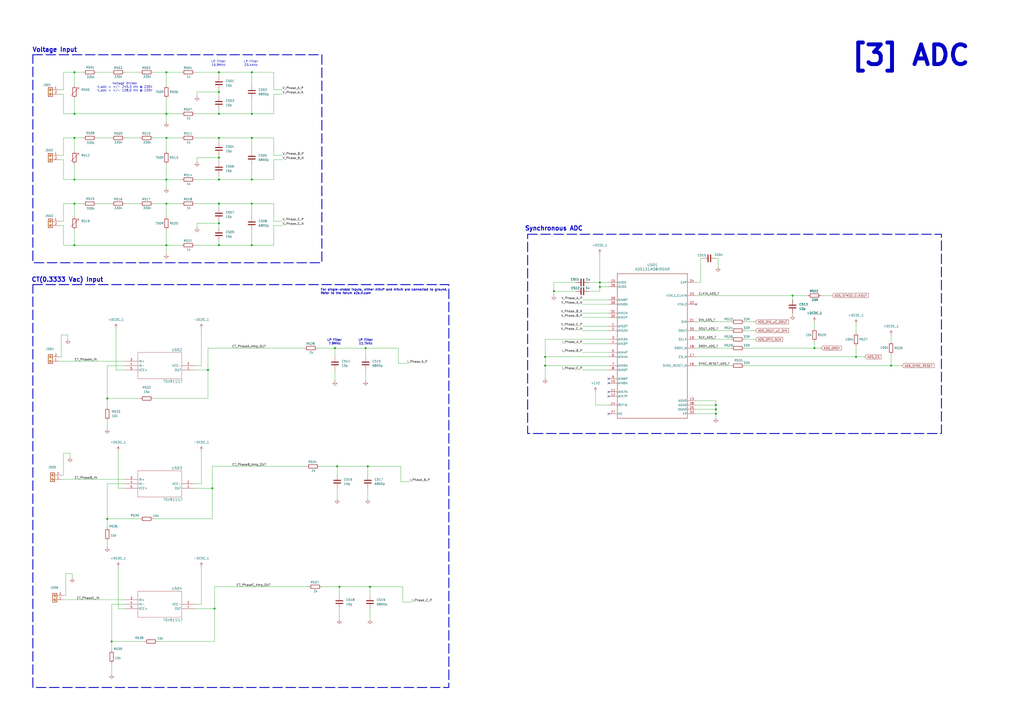
<source format=kicad_sch>
(kicad_sch (version 20231120) (generator "eeschema") (generator_version "8.0")
  (paper "A2")
  (title_block (title "Energy Monitoring System") (rev "v1.0.0") (company "Manufacturing Innovation Network Laboratory (MINLab)") (comment 1 "Developed by Vignesh Selvaraj"))
  (junction (at 415.29 240.03))
  (junction (at 43.18 142.24))
  (junction (at 347.98 166.37))
  (junction (at 127 118.11))
  (junction (at 62.23 231.14))
  (junction (at 96.52 142.24))
  (junction (at 127 91.44))
  (junction (at 146.05 118.11))
  (junction (at 213.36 270.51))
  (junction (at 195.58 270.51))
  (junction (at 127 104.14))
  (junction (at 459.74 171.45))
  (junction (at 127 66.04))
  (junction (at 472.44 201.93))
  (junction (at 96.52 118.11))
  (junction (at 316.23 212.09))
  (junction (at 146.05 66.04))
  (junction (at 96.52 80.01))
  (junction (at 127 142.24))
  (junction (at 96.52 104.14))
  (junction (at 415.29 234.95))
  (junction (at 64.77 372.11))
  (junction (at 146.05 142.24))
  (junction (at 127 41.91))
  (junction (at 212.09 201.93))
  (junction (at 62.23 300.99))
  (junction (at 196.85 340.36))
  (junction (at 127 129.54))
  (junction (at 124.46 353.06))
  (junction (at 347.98 163.83))
  (junction (at 43.18 118.11))
  (junction (at 321.31 168.91))
  (junction (at 316.23 207.01))
  (junction (at 43.18 66.04))
  (junction (at 496.57 207.01))
  (junction (at 123.19 283.21))
  (junction (at 43.18 80.01))
  (junction (at 146.05 80.01))
  (junction (at 43.18 41.91))
  (junction (at 96.52 66.04))
  (junction (at 96.52 41.91))
  (junction (at 120.65 214.63))
  (junction (at 415.29 237.49))
  (junction (at 516.89 212.09))
  (junction (at 146.05 104.14))
  (junction (at 194.31 201.93))
  (junction (at 127 80.01))
  (junction (at 127 53.34))
  (junction (at 214.63 340.36))
  (junction (at 146.05 41.91))
  (junction (at 43.18 104.14))
  (no_connect (at 353.06 240.03))
  (no_connect (at 353.06 229.87))
  (no_connect (at 403.86 176.53))
  (no_connect (at 353.06 222.25))
  (no_connect (at 353.06 219.71))
  (no_connect (at 353.06 227.33))
  (wire (pts (xy 163.83 130.81) (xy 158.75 130.81)))
  (wire (pts (xy 213.36 270.51) (xy 232.41 270.51)))
  (wire (pts (xy 36.83 90.17) (xy 36.83 80.01)))
  (wire (pts (xy 35.56 207.01) (xy 35.56 194.31)))
  (wire (pts (xy 337.82 184.15) (xy 353.06 184.15)))
  (wire (pts (xy 36.83 41.91) (xy 43.18 41.91)))
  (wire (pts (xy 113.03 283.21) (xy 123.19 283.21)))
  (wire (pts (xy 337.82 181.61) (xy 353.06 181.61)))
  (wire (pts (xy 406.4 163.83) (xy 406.4 149.86)))
  (wire (pts (xy 158.75 130.81) (xy 158.75 142.24)))
  (wire (pts (xy 120.65 214.63) (xy 120.65 231.14)))
  (wire (pts (xy 158.75 41.91) (xy 146.05 41.91)))
  (wire (pts (xy 72.39 353.06) (xy 68.58 353.06)))
  (wire (pts (xy 36.83 275.59) (xy 36.83 262.89)))
  (wire (pts (xy 43.18 80.01) (xy 48.26 80.01)))
  (wire (pts (xy 212.09 201.93) (xy 231.14 201.93)))
  (wire (pts (xy 146.05 41.91) (xy 127 41.91)))
  (wire (pts (xy 194.31 201.93) (xy 194.31 207.01)))
  (wire (pts (xy 96.52 118.11) (xy 105.41 118.11)))
  (wire (pts (xy 43.18 118.11) (xy 48.26 118.11)))
  (wire (pts (xy 96.52 104.14) (xy 96.52 109.22)))
  (wire (pts (xy 114.3 129.54) (xy 127 129.54)))
  (wire (pts (xy 113.03 66.04) (xy 127 66.04)))
  (wire (pts (xy 337.82 191.77) (xy 353.06 191.77)))
  (wire (pts (xy 43.18 118.11) (xy 43.18 125.73)))
  (wire (pts (xy 163.83 54.61) (xy 158.75 54.61)))
  (wire (pts (xy 116.84 212.09) (xy 116.84 190.5)))
  (wire (pts (xy 34.29 128.27) (xy 36.83 128.27)))
  (wire (pts (xy 158.75 52.07) (xy 158.75 41.91)))
  (wire (pts (xy 233.68 349.25) (xy 233.68 340.36)))
  (wire (pts (xy 96.52 142.24) (xy 96.52 147.32)))
  (wire (pts (xy 353.06 166.37) (xy 347.98 166.37)))
  (wire (pts (xy 316.23 207.01) (xy 353.06 207.01)))
  (wire (pts (xy 96.52 142.24) (xy 96.52 133.35)))
  (wire (pts (xy 146.05 87.63) (xy 146.05 80.01)))
  (wire (pts (xy 337.82 173.99) (xy 353.06 173.99)))
  (wire (pts (xy 113.03 350.52) (xy 116.84 350.52)))
  (wire (pts (xy 496.57 187.96) (xy 496.57 193.04)))
  (wire (pts (xy 403.86 207.01) (xy 496.57 207.01)))
  (wire (pts (xy 213.36 283.21) (xy 213.36 289.56)))
  (wire (pts (xy 127 118.11) (xy 127 120.65)))
  (wire (pts (xy 36.83 347.98) (xy 72.39 347.98)))
  (wire (pts (xy 127 80.01) (xy 127 82.55)))
  (wire (pts (xy 415.29 237.49) (xy 415.29 240.03)))
  (wire (pts (xy 43.18 95.25) (xy 43.18 104.14)))
  (wire (pts (xy 35.56 278.13) (xy 72.39 278.13)))
  (wire (pts (xy 185.42 270.51) (xy 195.58 270.51)))
  (wire (pts (xy 516.89 205.74) (xy 516.89 212.09)))
  (wire (pts (xy 34.29 207.01) (xy 35.56 207.01)))
  (wire (pts (xy 158.75 118.11) (xy 146.05 118.11)))
  (wire (pts (xy 36.83 142.24) (xy 43.18 142.24)))
  (wire (pts (xy 403.86 191.77) (xy 424.18 191.77)))
  (wire (pts (xy 232.41 279.4) (xy 232.41 270.51)))
  (wire (pts (xy 431.8 191.77) (xy 438.15 191.77)))
  (wire (pts (xy 316.23 196.85) (xy 353.06 196.85)))
  (wire (pts (xy 472.44 198.12) (xy 472.44 201.93)))
  (wire (pts (xy 36.83 128.27) (xy 36.83 118.11)))
  (wire (pts (xy 64.77 384.81) (xy 64.77 391.16)))
  (wire (pts (xy 43.18 57.15) (xy 43.18 66.04)))
  (wire (pts (xy 40.64 262.89) (xy 40.64 265.43)))
  (wire (pts (xy 146.05 80.01) (xy 127 80.01)))
  (wire (pts (xy 114.3 53.34) (xy 127 53.34)))
  (wire (pts (xy 345.44 234.95) (xy 345.44 227.33)))
  (wire (pts (xy 34.29 92.71) (xy 36.83 92.71)))
  (wire (pts (xy 194.31 214.63) (xy 194.31 220.98)))
  (wire (pts (xy 120.65 231.14) (xy 88.9 231.14)))
  (wire (pts (xy 158.75 142.24) (xy 146.05 142.24)))
  (wire (pts (xy 72.39 283.21) (xy 68.58 283.21)))
  (wire (pts (xy 116.84 328.93) (xy 116.84 350.52)))
  (wire (pts (xy 96.52 66.04) (xy 96.52 57.15)))
  (wire (pts (xy 415.29 240.03) (xy 415.29 242.57)))
  (wire (pts (xy 120.65 201.93) (xy 176.53 201.93)))
  (wire (pts (xy 36.83 130.81) (xy 36.83 142.24)))
  (wire (pts (xy 341.63 168.91) (xy 347.98 168.91)))
  (wire (pts (xy 113.03 41.91) (xy 127 41.91)))
  (wire (pts (xy 146.05 125.73) (xy 146.05 118.11)))
  (wire (pts (xy 496.57 207.01) (xy 501.65 207.01)))
  (wire (pts (xy 163.83 90.17) (xy 158.75 90.17)))
  (wire (pts (xy 113.03 80.01) (xy 127 80.01)))
  (wire (pts (xy 62.23 280.67) (xy 62.23 300.99)))
  (wire (pts (xy 88.9 80.01) (xy 96.52 80.01)))
  (wire (pts (xy 347.98 147.32) (xy 347.98 163.83)))
  (wire (pts (xy 72.39 214.63) (xy 67.31 214.63)))
  (wire (pts (xy 406.4 149.86) (xy 407.67 149.86)))
  (wire (pts (xy 114.3 55.88) (xy 114.3 53.34)))
  (wire (pts (xy 36.83 54.61) (xy 36.83 66.04)))
  (wire (pts (xy 431.8 212.09) (xy 516.89 212.09)))
  (wire (pts (xy 72.39 118.11) (xy 81.28 118.11)))
  (wire (pts (xy 36.83 262.89) (xy 40.64 262.89)))
  (wire (pts (xy 158.75 66.04) (xy 146.05 66.04)))
  (wire (pts (xy 516.89 194.31) (xy 516.89 198.12)))
  (wire (pts (xy 91.44 372.11) (xy 124.46 372.11)))
  (wire (pts (xy 62.23 243.84) (xy 62.23 248.92)))
  (wire (pts (xy 212.09 207.01) (xy 212.09 201.93)))
  (wire (pts (xy 353.06 234.95) (xy 345.44 234.95)))
  (wire (pts (xy 212.09 201.93) (xy 194.31 201.93)))
  (wire (pts (xy 213.36 275.59) (xy 213.36 270.51)))
  (wire (pts (xy 337.82 204.47) (xy 353.06 204.47)))
  (wire (pts (xy 55.88 80.01) (xy 64.77 80.01)))
  (wire (pts (xy 113.03 142.24) (xy 127 142.24)))
  (wire (pts (xy 96.52 118.11) (xy 96.52 125.73)))
  (wire (pts (xy 113.03 118.11) (xy 127 118.11)))
  (wire (pts (xy 62.23 300.99) (xy 81.28 300.99)))
  (wire (pts (xy 67.31 214.63) (xy 67.31 190.5)))
  (wire (pts (xy 88.9 118.11) (xy 96.52 118.11)))
  (wire (pts (xy 43.18 41.91) (xy 48.26 41.91)))
  (wire (pts (xy 124.46 340.36) (xy 179.07 340.36)))
  (wire (pts (xy 113.03 214.63) (xy 120.65 214.63)))
  (wire (pts (xy 36.83 118.11) (xy 43.18 118.11)))
  (wire (pts (xy 35.56 275.59) (xy 36.83 275.59)))
  (wire (pts (xy 127 104.14) (xy 127 101.6)))
  (wire (pts (xy 195.58 270.51) (xy 195.58 275.59)))
  (wire (pts (xy 34.29 52.07) (xy 36.83 52.07)))
  (wire (pts (xy 496.57 200.66) (xy 496.57 207.01)))
  (wire (pts (xy 431.8 196.85) (xy 438.15 196.85)))
  (wire (pts (xy 36.83 52.07) (xy 36.83 41.91)))
  (wire (pts (xy 55.88 41.91) (xy 64.77 41.91)))
  (wire (pts (xy 127 128.27) (xy 127 129.54)))
  (wire (pts (xy 337.82 199.39) (xy 353.06 199.39)))
  (wire (pts (xy 146.05 142.24) (xy 127 142.24)))
  (wire (pts (xy 62.23 231.14) (xy 62.23 236.22)))
  (wire (pts (xy 334.01 168.91) (xy 321.31 168.91)))
  (wire (pts (xy 38.1 345.44) (xy 38.1 332.74)))
  (wire (pts (xy 431.8 186.69) (xy 438.15 186.69)))
  (wire (pts (xy 36.83 80.01) (xy 43.18 80.01)))
  (wire (pts (xy 43.18 66.04) (xy 96.52 66.04)))
  (wire (pts (xy 403.86 240.03) (xy 415.29 240.03)))
  (wire (pts (xy 403.86 234.95) (xy 415.29 234.95)))
  (wire (pts (xy 516.89 212.09) (xy 523.24 212.09)))
  (wire (pts (xy 127 90.17) (xy 127 91.44)))
  (wire (pts (xy 337.82 176.53) (xy 353.06 176.53)))
  (wire (pts (xy 34.29 90.17) (xy 36.83 90.17)))
  (wire (pts (xy 88.9 300.99) (xy 123.19 300.99)))
  (wire (pts (xy 72.39 80.01) (xy 81.28 80.01)))
  (wire (pts (xy 403.86 201.93) (xy 424.18 201.93)))
  (wire (pts (xy 238.76 349.25) (xy 233.68 349.25)))
  (wire (pts (xy 146.05 57.15) (xy 146.05 66.04)))
  (wire (pts (xy 158.75 128.27) (xy 158.75 118.11)))
  (wire (pts (xy 459.74 171.45) (xy 459.74 173.99)))
  (wire (pts (xy 124.46 340.36) (xy 124.46 353.06)))
  (wire (pts (xy 214.63 340.36) (xy 196.85 340.36)))
  (wire (pts (xy 64.77 372.11) (xy 83.82 372.11)))
  (wire (pts (xy 64.77 350.52) (xy 64.77 372.11)))
  (wire (pts (xy 431.8 201.93) (xy 472.44 201.93)))
  (wire (pts (xy 127 41.91) (xy 127 44.45)))
  (wire (pts (xy 36.83 66.04) (xy 43.18 66.04)))
  (wire (pts (xy 123.19 270.51) (xy 177.8 270.51)))
  (wire (pts (xy 127 91.44) (xy 127 93.98)))
  (wire (pts (xy 96.52 104.14) (xy 96.52 95.25)))
  (wire (pts (xy 34.29 209.55) (xy 72.39 209.55)))
  (wire (pts (xy 35.56 194.31) (xy 39.37 194.31)))
  (wire (pts (xy 403.86 171.45) (xy 459.74 171.45)))
  (wire (pts (xy 316.23 212.09) (xy 353.06 212.09)))
  (wire (pts (xy 146.05 66.04) (xy 127 66.04)))
  (wire (pts (xy 113.03 104.14) (xy 127 104.14)))
  (wire (pts (xy 146.05 49.53) (xy 146.05 41.91)))
  (wire (pts (xy 72.39 350.52) (xy 64.77 350.52)))
  (wire (pts (xy 123.19 283.21) (xy 123.19 300.99)))
  (wire (pts (xy 459.74 171.45) (xy 468.63 171.45)))
  (wire (pts (xy 337.82 189.23) (xy 353.06 189.23)))
  (wire (pts (xy 43.18 41.91) (xy 43.18 49.53)))
  (wire (pts (xy 347.98 163.83) (xy 347.98 166.37)))
  (wire (pts (xy 36.83 92.71) (xy 36.83 104.14)))
  (wire (pts (xy 321.31 168.91) (xy 321.31 171.45)))
  (wire (pts (xy 43.18 104.14) (xy 96.52 104.14)))
  (wire (pts (xy 403.86 237.49) (xy 415.29 237.49)))
  (wire (pts (xy 163.83 52.07) (xy 158.75 52.07)))
  (wire (pts (xy 212.09 214.63) (xy 212.09 220.98)))
  (wire (pts (xy 347.98 168.91) (xy 347.98 166.37)))
  (wire (pts (xy 43.18 80.01) (xy 43.18 87.63)))
  (wire (pts (xy 41.91 332.74) (xy 41.91 335.28)))
  (wire (pts (xy 415.29 234.95) (xy 415.29 237.49)))
  (wire (pts (xy 321.31 163.83) (xy 321.31 168.91)))
  (wire (pts (xy 186.69 340.36) (xy 196.85 340.36)))
  (wire (pts (xy 341.63 163.83) (xy 347.98 163.83)))
  (wire (pts (xy 403.86 196.85) (xy 424.18 196.85)))
  (wire (pts (xy 163.83 92.71) (xy 158.75 92.71)))
  (wire (pts (xy 415.29 149.86) (xy 416.56 149.86)))
  (wire (pts (xy 39.37 194.31) (xy 39.37 196.85)))
  (wire (pts (xy 113.03 280.67) (xy 116.84 280.67)))
  (wire (pts (xy 127 66.04) (xy 127 63.5)))
  (wire (pts (xy 158.75 54.61) (xy 158.75 66.04)))
  (wire (pts (xy 68.58 328.93) (xy 68.58 353.06)))
  (wire (pts (xy 124.46 353.06) (xy 124.46 372.11)))
  (wire (pts (xy 88.9 41.91) (xy 96.52 41.91)))
  (wire (pts (xy 116.84 280.67) (xy 116.84 261.62)))
  (wire (pts (xy 195.58 283.21) (xy 195.58 289.56)))
  (wire (pts (xy 231.14 210.82) (xy 231.14 201.93)))
  (wire (pts (xy 416.56 149.86) (xy 416.56 154.94)))
  (wire (pts (xy 127 142.24) (xy 127 139.7)))
  (wire (pts (xy 213.36 270.51) (xy 195.58 270.51)))
  (wire (pts (xy 158.75 104.14) (xy 146.05 104.14)))
  (wire (pts (xy 236.22 210.82) (xy 231.14 210.82)))
  (wire (pts (xy 96.52 41.91) (xy 105.41 41.91)))
  (wire (pts (xy 316.23 196.85) (xy 316.23 207.01)))
  (wire (pts (xy 62.23 313.69) (xy 62.23 317.5)))
  (wire (pts (xy 196.85 353.06) (xy 196.85 359.41)))
  (wire (pts (xy 316.23 207.01) (xy 316.23 212.09)))
  (wire (pts (xy 114.3 91.44) (xy 127 91.44)))
  (wire (pts (xy 38.1 332.74) (xy 41.91 332.74)))
  (wire (pts (xy 214.63 345.44) (xy 214.63 340.36)))
  (wire (pts (xy 127 52.07) (xy 127 53.34)))
  (wire (pts (xy 214.63 353.06) (xy 214.63 359.41)))
  (wire (pts (xy 146.05 118.11) (xy 127 118.11)))
  (wire (pts (xy 36.83 104.14) (xy 43.18 104.14)))
  (wire (pts (xy 62.23 231.14) (xy 81.28 231.14)))
  (wire (pts (xy 415.29 232.41) (xy 415.29 234.95)))
  (wire (pts (xy 127 53.34) (xy 127 55.88)))
  (wire (pts (xy 36.83 345.44) (xy 38.1 345.44)))
  (wire (pts (xy 96.52 66.04) (xy 105.41 66.04)))
  (wire (pts (xy 96.52 142.24) (xy 105.41 142.24)))
  (wire (pts (xy 34.29 54.61) (xy 36.83 54.61)))
  (wire (pts (xy 114.3 93.98) (xy 114.3 91.44)))
  (wire (pts (xy 68.58 283.21) (xy 68.58 261.62)))
  (wire (pts (xy 96.52 80.01) (xy 96.52 87.63)))
  (wire (pts (xy 158.75 92.71) (xy 158.75 104.14)))
  (wire (pts (xy 472.44 186.69) (xy 472.44 190.5)))
  (wire (pts (xy 472.44 201.93) (xy 476.25 201.93)))
  (wire (pts (xy 43.18 142.24) (xy 96.52 142.24)))
  (wire (pts (xy 476.25 171.45) (xy 482.6 171.45)))
  (wire (pts (xy 123.19 270.51) (xy 123.19 283.21)))
  (wire (pts (xy 96.52 66.04) (xy 96.52 71.12)))
  (wire (pts (xy 334.01 163.83) (xy 321.31 163.83)))
  (wire (pts (xy 337.82 214.63) (xy 353.06 214.63)))
  (wire (pts (xy 403.86 186.69) (xy 424.18 186.69)))
  (wire (pts (xy 158.75 90.17) (xy 158.75 80.01)))
  (wire (pts (xy 127 129.54) (xy 127 132.08)))
  (wire (pts (xy 96.52 104.14) (xy 105.41 104.14)))
  (wire (pts (xy 403.86 163.83) (xy 406.4 163.83)))
  (wire (pts (xy 146.05 133.35) (xy 146.05 142.24)))
  (wire (pts (xy 62.23 212.09) (xy 62.23 231.14)))
  (wire (pts (xy 353.06 163.83) (xy 347.98 163.83)))
  (wire (pts (xy 43.18 133.35) (xy 43.18 142.24)))
  (wire (pts (xy 403.86 232.41) (xy 415.29 232.41)))
  (wire (pts (xy 114.3 132.08) (xy 114.3 129.54)))
  (wire (pts (xy 62.23 300.99) (xy 62.23 306.07)))
  (wire (pts (xy 72.39 280.67) (xy 62.23 280.67)))
  (wire (pts (xy 163.83 128.27) (xy 158.75 128.27)))
  (wire (pts (xy 403.86 212.09) (xy 424.18 212.09)))
  (wire (pts (xy 214.63 340.36) (xy 233.68 340.36)))
  (wire (pts (xy 72.39 212.09) (xy 62.23 212.09)))
  (wire (pts (xy 55.88 118.11) (xy 64.77 118.11)))
  (wire (pts (xy 146.05 104.14) (xy 127 104.14)))
  (wire (pts (xy 459.74 181.61) (xy 459.74 182.88)))
  (wire (pts (xy 113.03 212.09) (xy 116.84 212.09)))
  (wire (pts (xy 96.52 41.91) (xy 96.52 49.53)))
  (wire (pts (xy 184.15 201.93) (xy 194.31 201.93)))
  (wire (pts (xy 120.65 201.93) (xy 120.65 214.63)))
  (wire (pts (xy 316.23 212.09) (xy 316.23 219.71)))
  (wire (pts (xy 96.52 80.01) (xy 105.41 80.01)))
  (wire (pts (xy 146.05 95.25) (xy 146.05 104.14)))
  (wire (pts (xy 64.77 372.11) (xy 64.77 377.19)))
  (wire (pts (xy 113.03 353.06) (xy 124.46 353.06)))
  (wire (pts (xy 34.29 130.81) (xy 36.83 130.81)))
  (wire (pts (xy 196.85 340.36) (xy 196.85 345.44)))
  (wire (pts (xy 237.49 279.4) (xy 232.41 279.4)))
  (wire (pts (xy 158.75 80.01) (xy 146.05 80.01)))
  (wire (pts (xy 72.39 41.91) (xy 81.28 41.91)))
  (rectangle (start 306.07 135.89) (end 546.1 251.46) (stroke (width 0.508) (type dash)))
  (rectangle (start 19.05 165.1) (end 260.35 398.78) (stroke (width 0.508) (type dash)))
  (rectangle (start 19.05 31.75) (end 186.69 152.4) (stroke (width 0.508) (type dash)))
  (text "CT(0.3333 Vac) Input" (at 39.116 162.306 0) (effects (font (size 2.54 2.54) (thickness 0.508) (bold yes))))
  (text "LP Filter\n11.7kHz" (at 212.09 198.374 0) (effects (font (size 1.27 1.27) (thickness 0.254) (bold yes))))
  (text "[3] ADC\n" (at 528.32 32.258 0) (effects (font (size 11.43 11.43) (thickness 2.286) (bold yes))))
  (text "Voltage Input" (at 31.75 28.956 0) (effects (font (size 2.54 2.54) (thickness 0.508) (bold yes))))
  (text "LP Filter\n15.9MHz" (at 126.746 36.83 0) (effects (font (size 1.27 1.27))))
  (text "Voltage Divider\nV_adc = +/- 245.3 mV @ 230V\nV_adc = +/- 128.0 mV @ 120V" (at 72.39 50.546 0) (effects (font (size 1.27 1.27))))
  (text "LP Filter\n7.9MHz" (at 194.056 198.374 0) (effects (font (size 1.27 1.27) (thickness 0.254) (bold yes))))
  (text "LP Filter\n23.4kHz" (at 145.542 36.83 0) (effects (font (size 1.27 1.27))))
  (text "Synchronous ADC" (at 321.31 132.588 0) (effects (font (size 2.54 2.54) (thickness 0.508) (bold yes))))
  (text "For single-ended inputs, either AINxP and AINxN are connected to ground.\nRefer to the forum e2e.ti.com\n\n" (at 185.928 170.18 0) (effects (font (size 1.27 1.27) (thickness 0.254) (bold yes)) (justify left)))
  (label "I_Phase_B_P" (at 337.82 204.47 180))
  (label "V_Phase_C_N" (at 163.83 130.81 0))
  (label "I_Phase_A_P" (at 337.82 199.39 180))
  (label "V_Phase_C_P" (at 337.82 189.23 180))
  (label "V_Phase_B_N" (at 163.83 92.71 0))
  (label "SCK_ADS_T" (at 405.13 196.85 0))
  (label "V_Phase_B_N" (at 337.82 181.61 180))
  (label "CT_PhaseC_Amp_OUT" (at 137.16 340.36 0))
  (label "CLKIN_ADS_T" (at 405.13 171.45 0))
  (label "V_Phase_A_N" (at 163.83 54.61 0))
  (label "CT_PhaseC_IN" (at 44.45 347.98 0))
  (label "SYNC_RESET_ADS_T" (at 405.13 212.09 0))
  (label "V_Phase_B_P" (at 163.83 90.17 0))
  (label "I_Phase_C_P" (at 238.76 349.25 0))
  (label "I_Phase_B_P" (at 237.49 279.4 0))
  (label "I_Phase_A_P" (at 236.22 210.82 0))
  (label "DIN_ADS_T" (at 405.13 186.69 0))
  (label "V_Phase_A_P" (at 163.83 52.07 0))
  (label "V_Phase_C_N" (at 337.82 191.77 180))
  (label "CT_PhaseB_IN" (at 43.18 278.13 0))
  (label "CT_PhaseB_Amp_OUT" (at 134.62 270.51 0))
  (label "CT_PhaseA_Amp_OUT" (at 134.62 201.93 0))
  (label "I_Phase_C_P" (at 337.82 214.63 180))
  (label "V_Phase_B_P" (at 337.82 184.15 180))
  (label "V_Phase_A_N" (at 337.82 176.53 180))
  (label "DRDY_ADS_T" (at 405.13 201.93 0))
  (label "DOUT_ADS_T" (at 405.13 191.77 0))
  (label "CT_PhaseA_IN" (at 43.18 209.55 0))
  (label "V_Phase_A_P" (at 337.82 173.99 180))
  (label "V_Phase_C_P" (at 163.83 128.27 0))
  (global_label "ADS_SYNC_RESET" (shape input) (at 523.24 212.09 0) (property "Intersheetrefs" "${INTERSHEET_REFS}" (effects (hide yes))))
  (global_label "ADS_DRDY" (shape input) (at 476.25 201.93 0) (property "Intersheetrefs" "${INTERSHEET_REFS}" (effects (hide yes))))
  (global_label "ADS_DOUT_uC_DIN" (shape input) (at 438.15 191.77 0) (property "Intersheetrefs" "${INTERSHEET_REFS}" (effects (hide yes))))
  (global_label "ADS_SPI1_SCK" (shape input) (at 438.15 196.85 0) (property "Intersheetrefs" "${INTERSHEET_REFS}" (effects (hide yes))))
  (global_label "ADS_STM32_CLKOUT" (shape input) (at 482.6 171.45 0) (property "Intersheetrefs" "${INTERSHEET_REFS}" (effects (hide yes))))
  (global_label "ADS_CS" (shape input) (at 501.65 207.01 0) (property "Intersheetrefs" "${INTERSHEET_REFS}" (effects (hide yes))))
  (global_label "ADS_DIN_uC_DOUT" (shape input) (at 438.15 186.69 0) (property "Intersheetrefs" "${INTERSHEET_REFS}" (effects (hide yes))))
  (symbol (lib_id "Device:C") (at 337.82 163.83 90) (unit 1)
    (property "Reference" "C511" (at 333.502 162.052 90))
    (property "Value" "1u" (at 341.122 162.052 90))
    (property "Footprint" "Capacitor_SMD:C_0402_1005Metric" (effects (hide yes)))
    (property "Datasheet" "https://www.mouser.com/datasheet/2/40/KGM_X7R-3223212.pdf" (effects (hide yes)))
    (property "Description" "Unpolarized capacitor" (effects (hide yes)))
    (property "Distributor_Link" "https://www.mouser.com/ProductDetail/KYOCERA-AVX/KGM05AR70J105KH?qs=Jm2GQyTW%2FbhjbEFVB5FesQ%3D%3D" (effects (hide yes)))
    (property "Manufacturer_Name" "KYOCERA AVX " (effects (hide yes)))
    (property "Manufacturer_Part_Number" "KGM05AR70J105KH" (effects (hide yes)))
  )
  (symbol (lib_id "Connector:Screw_Terminal_01x02") (at 29.21 209.55 180) (unit 1)
    (property "Reference" "J504" (at 28.956 202.438 0))
    (property "Value" "Screw_Terminal_01x02" (effects (hide yes)))
    (property "Footprint" "TerminalBlock_Phoenix:TerminalBlock_Phoenix_MKDS-1,5-2-5.08_1x02_P5.08mm_Horizontal" (effects (hide yes)))
    (property "Datasheet" "https://www.mouser.com/manufacturer/phoenix-contact/" (effects (hide yes)))
    (property "Description" "Generic screw terminal, single row, 01x02, script generated (kicad-library-utils/schlib/autogen/connector/)" (effects (hide yes)))
    (property "Distributor_Link" "https://www.mouser.com/ProductDetail/Phoenix-Contact/1548128?qs=ulEaXIWI0c87QOzP9yohxA%3D%3D" (effects (hide yes)))
    (property "Manufacturer_Name" "Phoenix Contact" (effects (hide yes)))
    (property "Manufacturer_Part_Number" "1548128" (effects (hide yes)))
  )
  (symbol (lib_id "power:GND") (at 114.3 55.88 0) (unit 1)
    (property "Reference" "#PWR0501" (effects (hide yes)))
    (property "Value" "GND" (effects (hide yes)))
    (property "Description" "Power symbol creates a global label with name \"GND\" , ground" (effects (hide yes)))
  )
  (symbol (lib_id "EMS:-DCDC_1") (at 116.84 190.5 0) (unit 1) (in_bom no) (on_board no)
    (property "Reference" "#PWR0514" (effects (hide yes)))
    (property "Value" "-DCDC_1" (at 116.84 185.42 0))
    (property "Description" "Power supply \"-DCDC_1V\"" (effects (hide yes)))
  )
  (symbol (lib_id "Device:C") (at 127 97.79 0) (unit 1)
    (property "Reference" "C506" (at 130.81 96.5199 0) (effects (justify left)))
    (property "Value" "10p" (at 130.81 99.0599 0) (effects (justify left)))
    (property "Footprint" "Capacitor_SMD:C_0603_1608Metric" (effects (hide yes)))
    (property "Datasheet" "https://www.mouser.com/datasheet/2/281/1/GCM1885C2A100JA16_01A-3143030.pdf" (effects (hide yes)))
    (property "Description" "Unpolarized capacitor" (effects (hide yes)))
    (property "Distributor_Link" "https://www.mouser.com/ProductDetail/Murata-Electronics/GCM1885C2A100JA16D?qs=aEuGZpxfbxWHMoMFqJj3mw%3D%3D" (effects (hide yes)))
    (property "Manufacturer_Name" "Murata Electronics" (effects (hide yes)))
    (property "Manufacturer_Part_Number" "GCM1885C2A100JA16D" (effects (hide yes)))
  )
  (symbol (lib_id "Connector:Screw_Terminal_01x02") (at 29.21 128.27 0) (mirror y) (unit 1)
    (property "Reference" "J503" (at 28.448 125.222 0))
    (property "Value" "Screw_Terminal_01x02" (effects (hide yes)))
    (property "Footprint" "TerminalBlock_Phoenix:TerminalBlock_Phoenix_MKDS-1,5-2-5.08_1x02_P5.08mm_Horizontal" (effects (hide yes)))
    (property "Datasheet" "https://www.mouser.com/manufacturer/phoenix-contact/" (effects (hide yes)))
    (property "Description" "Generic screw terminal, single row, 01x02, script generated (kicad-library-utils/schlib/autogen/connector/)" (effects (hide yes)))
    (property "Distributor_Link" "https://www.mouser.com/ProductDetail/Phoenix-Contact/1548128?qs=ulEaXIWI0c87QOzP9yohxA%3D%3D" (effects (hide yes)))
    (property "Manufacturer_Name" "Phoenix Contact" (effects (hide yes)))
    (property "Manufacturer_Part_Number" "1548128" (effects (hide yes)))
  )
  (symbol (lib_id "power:GND") (at 40.64 265.43 0) (unit 1)
    (property "Reference" "#PWR0525" (effects (hide yes)))
    (property "Value" "GND" (effects (hide yes)))
    (property "Description" "Power symbol creates a global label with name \"GND\" , ground" (effects (hide yes)))
  )
  (symbol (lib_id "Device:R") (at 68.58 41.91 270) (unit 1)
    (property "Reference" "R502" (at 68.58 39.37 90))
    (property "Value" "330k" (at 68.58 44.45 90))
    (property "Footprint" "Resistor_SMD:R_0805_2012Metric" (effects (hide yes)))
    (property "Datasheet" "https://www.vishay.com/doc?28881" (effects (hide yes)))
    (property "Description" "Resistor" (effects (hide yes)))
    (property "Distributor_Link" "https://www.mouser.com/ProductDetail/Vishay-Dale/TNPV0805330KBEEA?qs=Li%252BoUPsLEnvXdeF%2FViJuBw%3D%3D" (effects (hide yes)))
    (property "Manufacturer_Name" "Vishay/Dale" (effects (hide yes)))
    (property "Manufacturer_Part_Number" "TNPV0805330KBEEA" (effects (hide yes)))
  )
  (symbol (lib_id "power:GND") (at 213.36 289.56 0) (unit 1)
    (property "Reference" "#PWR0527" (effects (hide yes)))
    (property "Value" "GND" (effects (hide yes)))
    (property "Description" "Power symbol creates a global label with name \"GND\" , ground" (effects (hide yes)))
  )
  (symbol (lib_id "power:GND") (at 62.23 248.92 0) (unit 1)
    (property "Reference" "#PWR0522" (effects (hide yes)))
    (property "Value" "GND" (effects (hide yes)))
    (property "Description" "Power symbol creates a global label with name \"GND\" , ground" (effects (hide yes)))
  )
  (symbol (lib_id "EMS:TSV911ILT") (at 92.71 280.67 180) (unit 1)
    (property "Reference" "U503" (at 102.616 271.526 0) (effects (font (size 1.524 1.524))))
    (property "Value" "TSV911ILT" (at 100.33 289.814 0) (effects (font (size 1.524 1.524))))
    (property "Footprint" "EMS:TSV911ILT_SOT23-5" (effects (hide yes)))
    (property "Datasheet" "https://www.mouser.com/datasheet/2/389/tsv911-1852613.pdf" (effects (hide yes)))
    (property "Distributor_Link" "https://www.mouser.com/ProductDetail/STMicroelectronics/TSV911ILT?qs=RJLCOMRfwh0RYaQNK47UtQ%3D%3D" (effects (hide yes)))
    (property "Manufacturer_Name" "STMicroelectronics" (effects (hide yes)))
    (property "Manufacturer_Part_Number" "TSV911ILT" (effects (hide yes)))
  )
  (symbol (lib_id "power:GND") (at 114.3 132.08 0) (unit 1)
    (property "Reference" "#PWR0505" (effects (hide yes)))
    (property "Value" "GND" (effects (hide yes)))
    (property "Description" "Power symbol creates a global label with name \"GND\" , ground" (effects (hide yes)))
  )
  (symbol (lib_id "Device:R") (at 52.07 41.91 270) (unit 1)
    (property "Reference" "R501" (at 52.324 39.116 90))
    (property "Value" "330k" (at 52.578 44.704 90))
    (property "Footprint" "Resistor_SMD:R_0805_2012Metric" (effects (hide yes)))
    (property "Datasheet" "https://www.vishay.com/doc?28881" (effects (hide yes)))
    (property "Description" "Resistor" (effects (hide yes)))
    (property "Distributor_Link" "https://www.mouser.com/ProductDetail/Vishay-Dale/TNPV0805330KBEEA?qs=Li%252BoUPsLEnvXdeF%2FViJuBw%3D%3D" (effects (hide yes)))
    (property "Manufacturer_Name" "Vishay/Dale" (effects (hide yes)))
    (property "Manufacturer_Part_Number" "TNPV0805330KBEEA" (effects (hide yes)))
  )
  (symbol (lib_id "Device:R") (at 85.09 118.11 270) (unit 1)
    (property "Reference" "R517" (at 84.836 115.57 90))
    (property "Value" "330k" (at 85.344 120.65 90))
    (property "Footprint" "Resistor_SMD:R_0805_2012Metric" (effects (hide yes)))
    (property "Datasheet" "https://www.vishay.com/doc?28881" (effects (hide yes)))
    (property "Description" "Resistor" (effects (hide yes)))
    (property "Distributor_Link" "https://www.mouser.com/ProductDetail/Vishay-Dale/TNPV0805330KBEEA?qs=Li%252BoUPsLEnvXdeF%2FViJuBw%3D%3D" (effects (hide yes)))
    (property "Manufacturer_Name" "Vishay/Dale" (effects (hide yes)))
    (property "Manufacturer_Part_Number" "TNPV0805330KBEEA" (effects (hide yes)))
  )
  (symbol (lib_id "EMS:+DCDC_1") (at 516.89 194.31 0) (unit 1) (in_bom no) (on_board no)
    (property "Reference" "#PWR0515" (effects (hide yes)))
    (property "Value" "+DCDC_1" (at 516.89 189.23 0))
    (property "Description" "Power supply \"+DCDC_1V\"" (effects (hide yes)))
  )
  (symbol (lib_id "Device:R") (at 182.88 340.36 270) (unit 1)
    (property "Reference" "R537" (at 182.626 337.82 90))
    (property "Value" "2k" (at 183.134 342.9 90))
    (property "Footprint" "Resistor_SMD:R_0603_1608Metric" (effects (hide yes)))
    (property "Datasheet" "https://www.mouser.com/datasheet/2/315/AOA0000C331-1141874.pdf" (effects (hide yes)))
    (property "Description" "Resistor" (effects (hide yes)))
    (property "Distributor_Link" "https://www.mouser.com/ProductDetail/Panasonic/ERJ-PA3F2001V?qs=BzJM0faLVqX48axB4MDEgw%3D%3D" (effects (hide yes)))
    (property "Manufacturer_Name" "Panasonic" (effects (hide yes)))
    (property "Manufacturer_Part_Number" "ERJ-PA3F2001V" (effects (hide yes)))
  )
  (symbol (lib_id "EMS:-DCDC_1") (at 116.84 261.62 0) (unit 1) (in_bom no) (on_board no)
    (property "Reference" "#PWR0524" (effects (hide yes)))
    (property "Value" "-DCDC_1" (at 116.84 256.54 0))
    (property "Description" "Power supply \"-DCDC_1V\"" (effects (hide yes)))
  )
  (symbol (lib_id "Device:C") (at 146.05 53.34 0) (unit 1)
    (property "Reference" "C502" (at 149.86 52.0699 0) (effects (justify left)))
    (property "Value" "6800p" (at 149.86 54.6099 0) (effects (justify left)))
    (property "Footprint" "Capacitor_SMD:C_0603_1608Metric" (effects (hide yes)))
    (property "Datasheet" "https://product.tdk.com/system/files/dam/doc/product/capacitor/ceramic/mlcc/catalog/mlcc_automotive_esd_en.pdf?ref_disty=mouser" (effects (hide yes)))
    (property "Description" "Unpolarized capacitor" (effects (hide yes)))
    (property "Distributor_Link" "https://www.mouser.com/ProductDetail/TDK/CGA3EANP02A682J080AC?qs=6JAMGB%252BEdkzgcWV5VX6J2Q%3D%3D" (effects (hide yes)))
    (property "Manufacturer_Name" "TDK" (effects (hide yes)))
    (property "Manufacturer_Part_Number" "CGA3EANP02A682J080AC" (effects (hide yes)))
  )
  (symbol (lib_id "Device:R") (at 96.52 129.54 180) (unit 1)
    (property "Reference" "R520" (at 98.298 129.54 0) (effects (justify right)))
    (property "Value" "750R" (at 89.916 129.54 0) (effects (justify right)))
    (property "Footprint" "Resistor_SMD:R_0805_2012Metric" (effects (hide yes)))
    (property "Datasheet" "https://www.mouser.com/datasheet/2/447/PYu_RT_1_to_0_01_RoHS_L_12-3003070.pdf" (effects (hide yes)))
    (property "Description" "Resistor" (effects (hide yes)))
    (property "Distributor_Link" "https://www.mouser.com/ProductDetail/YAGEO/RT0805FRE10750RL?qs=F5EMLAvA7IAUd7LY9VBaDQ%3D%3D" (effects (hide yes)))
    (property "Manufacturer_Name" "YAGEO" (effects (hide yes)))
    (property "Manufacturer_Part_Number" "RT0805FRE10750RL" (effects (hide yes)))
  )
  (symbol (lib_id "power:GND") (at 96.52 109.22 0) (unit 1)
    (property "Reference" "#PWR0504" (effects (hide yes)))
    (property "Value" "GND" (effects (hide yes)))
    (property "Description" "Power symbol creates a global label with name \"GND\" , ground" (effects (hide yes)))
  )
  (symbol (lib_id "Connector:Screw_Terminal_01x02") (at 31.75 347.98 180) (unit 1)
    (property "Reference" "J506" (at 31.496 340.868 0))
    (property "Value" "Screw_Terminal_01x02" (effects (hide yes)))
    (property "Footprint" "TerminalBlock_Phoenix:TerminalBlock_Phoenix_MKDS-1,5-2-5.08_1x02_P5.08mm_Horizontal" (effects (hide yes)))
    (property "Datasheet" "https://www.mouser.com/manufacturer/phoenix-contact/" (effects (hide yes)))
    (property "Description" "Generic screw terminal, single row, 01x02, script generated (kicad-library-utils/schlib/autogen/connector/)" (effects (hide yes)))
    (property "Distributor_Link" "https://www.mouser.com/ProductDetail/Phoenix-Contact/1548128?qs=ulEaXIWI0c87QOzP9yohxA%3D%3D" (effects (hide yes)))
    (property "Manufacturer_Name" "Phoenix Contact" (effects (hide yes)))
    (property "Manufacturer_Part_Number" "1548128" (effects (hide yes)))
  )
  (symbol (lib_id "Device:R") (at 85.09 300.99 90) (unit 1)
    (property "Reference" "R535" (at 78.232 298.958 90))
    (property "Value" "15k" (at 90.424 299.212 90))
    (property "Footprint" "Resistor_SMD:R_0603_1608Metric" (effects (hide yes)))
    (property "Datasheet" "https://www.mouser.com/datasheet/2/315/AOA0000C334-1314047.pdf" (effects (hide yes)))
    (property "Description" "Resistor" (effects (hide yes)))
    (property "Distributor_Link" "https://www.mouser.com/ProductDetail/Panasonic/ERJ-S03F1502V?qs=Zyl8A9hlmJqFaE%2FSdjcX1A%3D%3D" (effects (hide yes)))
    (property "Manufacturer_Name" "Panasonic" (effects (hide yes)))
    (property "Manufacturer_Part_Number" "ERJ-S03F1502V " (effects (hide yes)))
  )
  (symbol (lib_id "EMS:-DCDC_1") (at 116.84 328.93 0) (unit 1) (in_bom no) (on_board no)
    (property "Reference" "#PWR0530" (effects (hide yes)))
    (property "Value" "-DCDC_1" (at 116.84 323.85 0))
    (property "Description" "Power supply \"-DCDC_1V\"" (effects (hide yes)))
  )
  (symbol (lib_id "power:GND") (at 212.09 220.98 0) (unit 1)
    (property "Reference" "#PWR0519" (effects (hide yes)))
    (property "Value" "GND" (effects (hide yes)))
    (property "Description" "Power symbol creates a global label with name \"GND\" , ground" (effects (hide yes)))
  )
  (symbol (lib_id "Device:R_Variable") (at 43.18 91.44 0) (unit 1)
    (property "Reference" "R512" (at 46.99 90.1699 0) (effects (justify left)))
    (property "Value" "R_Variable" (effects (hide yes)))
    (property "Footprint" "EMS:B72220S0271K101" (effects (hide yes)))
    (property "Datasheet" "https://product.tdk.com/system/files/dam/doc/product/protection/voltage/lead-disk-varistor/data_sheet/70/db/var/siov_leaded_standard.pdf?ref_disty=mouser" (effects (hide yes)))
    (property "Description" "Variable resistor" (effects (hide yes)))
    (property "Distributor_Link" "https://www.mouser.com/ProductDetail/EPCOS-TDK/B72220S0271K101?qs=dEfas%2FXlABJm%252BgabQzQHxg%3D%3D" (effects (hide yes)))
    (property "Manufacturer_Name" "EPCOS/TDK" (effects (hide yes)))
    (property "Manufacturer_Part_Number" "B72220S0271K101" (effects (hide yes)))
  )
  (symbol (lib_id "Device:R_Variable") (at 43.18 53.34 0) (unit 1)
    (property "Reference" "R505" (at 46.99 52.0699 0) (effects (justify left)))
    (property "Value" "R_Variable" (effects (hide yes)))
    (property "Footprint" "EMS:B72220S0271K101" (effects (hide yes)))
    (property "Datasheet" "https://product.tdk.com/system/files/dam/doc/product/protection/voltage/lead-disk-varistor/data_sheet/70/db/var/siov_leaded_standard.pdf?ref_disty=mouser" (effects (hide yes)))
    (property "Description" "Variable resistor" (effects (hide yes)))
    (property "Distributor_Link" "https://www.mouser.com/ProductDetail/EPCOS-TDK/B72220S0271K101?qs=dEfas%2FXlABJm%252BgabQzQHxg%3D%3D" (effects (hide yes)))
    (property "Manufacturer_Name" "EPCOS/TDK" (effects (hide yes)))
    (property "Manufacturer_Part_Number" "B72220S0271K101" (effects (hide yes)))
  )
  (symbol (lib_id "Device:R") (at 85.09 231.14 90) (unit 1)
    (property "Reference" "R532" (at 85.09 224.79 90))
    (property "Value" "15k" (at 85.09 227.33 90))
    (property "Footprint" "Resistor_SMD:R_0603_1608Metric" (effects (hide yes)))
    (property "Datasheet" "https://www.mouser.com/datasheet/2/315/AOA0000C334-1314047.pdf" (effects (hide yes)))
    (property "Description" "Resistor" (effects (hide yes)))
    (property "Distributor_Link" "https://www.mouser.com/ProductDetail/Panasonic/ERJ-S03F1502V?qs=Zyl8A9hlmJqFaE%2FSdjcX1A%3D%3D" (effects (hide yes)))
    (property "Manufacturer_Name" "Panasonic" (effects (hide yes)))
    (property "Manufacturer_Part_Number" "ERJ-S03F1502V " (effects (hide yes)))
  )
  (symbol (lib_id "Device:C") (at 127 135.89 0) (unit 1)
    (property "Reference" "C509" (at 130.81 134.6199 0) (effects (justify left)))
    (property "Value" "10p" (at 130.81 137.1599 0) (effects (justify left)))
    (property "Footprint" "Capacitor_SMD:C_0603_1608Metric" (effects (hide yes)))
    (property "Datasheet" "https://www.mouser.com/datasheet/2/281/1/GCM1885C2A100JA16_01A-3143030.pdf" (effects (hide yes)))
    (property "Description" "Unpolarized capacitor" (effects (hide yes)))
    (property "Distributor_Link" "https://www.mouser.com/ProductDetail/Murata-Electronics/GCM1885C2A100JA16D?qs=aEuGZpxfbxWHMoMFqJj3mw%3D%3D" (effects (hide yes)))
    (property "Manufacturer_Name" "Murata Electronics" (effects (hide yes)))
    (property "Manufacturer_Part_Number" "GCM1885C2A100JA16D" (effects (hide yes)))
  )
  (symbol (lib_id "Device:R") (at 62.23 309.88 0) (unit 1)
    (property "Reference" "R536" (at 63.246 305.308 0) (effects (justify left)))
    (property "Value" "10k" (at 64.008 310.642 0) (effects (justify left)))
    (property "Footprint" "Resistor_SMD:R_0603_1608Metric" (effects (hide yes)))
    (property "Datasheet" "https://www.vishay.com/doc?20035" (effects (hide yes)))
    (property "Description" "Resistor" (effects (hide yes)))
    (property "Distributor_Link" "https://www.mouser.com/ProductDetail/Vishay-Dale/CRCW060310K0FKEI?qs=3qWEzBg5KnKofE%252B8acPBRA%3D%3D" (effects (hide yes)))
    (property "Manufacturer_Name" "Vishay/Dale" (effects (hide yes)))
    (property "Manufacturer_Part_Number" "CRCW060310K0FKEI" (effects (hide yes)))
  )
  (symbol (lib_id "EMS:+DCDC_1") (at 67.31 190.5 0) (unit 1) (in_bom no) (on_board no)
    (property "Reference" "#PWR0513" (effects (hide yes)))
    (property "Value" "+DCDC_1" (at 67.31 185.42 0))
    (property "Description" "Power supply \"+DCDC_1V\"" (effects (hide yes)))
  )
  (symbol (lib_id "Connector:Screw_Terminal_01x02") (at 30.48 278.13 180) (unit 1)
    (property "Reference" "J505" (at 30.226 271.018 0))
    (property "Value" "Screw_Terminal_01x02" (effects (hide yes)))
    (property "Footprint" "TerminalBlock_Phoenix:TerminalBlock_Phoenix_MKDS-1,5-2-5.08_1x02_P5.08mm_Horizontal" (effects (hide yes)))
    (property "Datasheet" "https://www.mouser.com/manufacturer/phoenix-contact/" (effects (hide yes)))
    (property "Description" "Generic screw terminal, single row, 01x02, script generated (kicad-library-utils/schlib/autogen/connector/)" (effects (hide yes)))
    (property "Distributor_Link" "https://www.mouser.com/ProductDetail/Phoenix-Contact/1548128?qs=ulEaXIWI0c87QOzP9yohxA%3D%3D" (effects (hide yes)))
    (property "Manufacturer_Name" "Phoenix Contact" (effects (hide yes)))
    (property "Manufacturer_Part_Number" "1548128" (effects (hide yes)))
  )
  (symbol (lib_id "power:GND") (at 96.52 147.32 0) (unit 1)
    (property "Reference" "#PWR0506" (effects (hide yes)))
    (property "Value" "GND" (effects (hide yes)))
    (property "Description" "Power symbol creates a global label with name \"GND\" , ground" (effects (hide yes)))
  )
  (symbol (lib_id "power:GND") (at 416.56 154.94 0) (unit 1)
    (property "Reference" "#PWR0508" (effects (hide yes)))
    (property "Value" "GND" (effects (hide yes)))
    (property "Description" "Power symbol creates a global label with name \"GND\" , ground" (effects (hide yes)))
  )
  (symbol (lib_id "power:GND") (at 64.77 391.16 0) (unit 1)
    (property "Reference" "#PWR0534" (effects (hide yes)))
    (property "Value" "GND" (effects (hide yes)))
    (property "Description" "Power symbol creates a global label with name \"GND\" , ground" (effects (hide yes)))
  )
  (symbol (lib_id "power:GND") (at 214.63 359.41 0) (unit 1)
    (property "Reference" "#PWR0533" (effects (hide yes)))
    (property "Value" "GND" (effects (hide yes)))
    (property "Description" "Power symbol creates a global label with name \"GND\" , ground" (effects (hide yes)))
  )
  (symbol (lib_id "power:GND") (at 41.91 335.28 0) (unit 1)
    (property "Reference" "#PWR0531" (effects (hide yes)))
    (property "Value" "GND" (effects (hide yes)))
    (property "Description" "Power symbol creates a global label with name \"GND\" , ground" (effects (hide yes)))
  )
  (symbol (lib_id "Device:C") (at 146.05 91.44 0) (unit 1)
    (property "Reference" "C505" (at 149.86 90.1699 0) (effects (justify left)))
    (property "Value" "6800p" (at 149.86 92.7099 0) (effects (justify left)))
    (property "Footprint" "Capacitor_SMD:C_0603_1608Metric" (effects (hide yes)))
    (property "Datasheet" "https://product.tdk.com/system/files/dam/doc/product/capacitor/ceramic/mlcc/catalog/mlcc_automotive_esd_en.pdf?ref_disty=mouser" (effects (hide yes)))
    (property "Description" "Unpolarized capacitor" (effects (hide yes)))
    (property "Distributor_Link" "https://www.mouser.com/ProductDetail/TDK/CGA3EANP02A682J080AC?qs=6JAMGB%252BEdkzgcWV5VX6J2Q%3D%3D" (effects (hide yes)))
    (property "Manufacturer_Name" "TDK" (effects (hide yes)))
    (property "Manufacturer_Part_Number" "CGA3EANP02A682J080AC" (effects (hide yes)))
  )
  (symbol (lib_id "EMS:TSV911ILT") (at 92.71 350.52 180) (unit 1)
    (property "Reference" "U504" (at 102.616 341.376 0) (effects (font (size 1.524 1.524))))
    (property "Value" "TSV911ILT" (at 100.33 359.664 0) (effects (font (size 1.524 1.524))))
    (property "Footprint" "EMS:TSV911ILT_SOT23-5" (effects (hide yes)))
    (property "Datasheet" "https://www.mouser.com/datasheet/2/389/tsv911-1852613.pdf" (effects (hide yes)))
    (property "Distributor_Link" "https://www.mouser.com/ProductDetail/STMicroelectronics/TSV911ILT?qs=RJLCOMRfwh0RYaQNK47UtQ%3D%3D" (effects (hide yes)))
    (property "Manufacturer_Name" "STMicroelectronics" (effects (hide yes)))
    (property "Manufacturer_Part_Number" "TSV911ILT" (effects (hide yes)))
  )
  (symbol (lib_id "Device:R") (at 109.22 118.11 270) (unit 1)
    (property "Reference" "R518" (at 108.966 115.57 90))
    (property "Value" "1k" (at 109.474 120.65 90))
    (property "Footprint" "Resistor_SMD:R_0603_1608Metric" (effects (hide yes)))
    (property "Datasheet" "https://www.vishay.com/doc?20035" (effects (hide yes)))
    (property "Description" "Resistor" (effects (hide yes)))
    (property "Distributor_Link" "https://www.mouser.com/ProductDetail/Vishay-Dale/CRCW06031K00FKEE?qs=%252B6g0mu59x7JNM5l%252Bg7fBgQ%3D%3D" (effects (hide yes)))
    (property "Manufacturer_Name" "Vishay/Dale" (effects (hide yes)))
    (property "Manufacturer_Part_Number" "CRCW06031K00FKEE" (effects (hide yes)))
  )
  (symbol (lib_id "Device:C") (at 127 59.69 0) (unit 1)
    (property "Reference" "C503" (at 130.81 58.4199 0) (effects (justify left)))
    (property "Value" "10p" (at 130.81 60.9599 0) (effects (justify left)))
    (property "Footprint" "Capacitor_SMD:C_0603_1608Metric" (effects (hide yes)))
    (property "Datasheet" "https://www.mouser.com/datasheet/2/281/1/GCM1885C2A100JA16_01A-3143030.pdf" (effects (hide yes)))
    (property "Description" "Unpolarized capacitor" (effects (hide yes)))
    (property "Distributor_Link" "https://www.mouser.com/ProductDetail/Murata-Electronics/GCM1885C2A100JA16D?qs=aEuGZpxfbxWHMoMFqJj3mw%3D%3D" (effects (hide yes)))
    (property "Manufacturer_Name" "Murata Electronics" (effects (hide yes)))
    (property "Manufacturer_Part_Number" "GCM1885C2A100JA16D" (effects (hide yes)))
  )
  (symbol (lib_id "power:GND") (at 415.29 242.57 0) (unit 1)
    (property "Reference" "#PWR0521" (effects (hide yes)))
    (property "Value" "GND" (effects (hide yes)))
    (property "Description" "Power symbol creates a global label with name \"GND\" , ground" (effects (hide yes)))
  )
  (symbol (lib_id "power:GND") (at 114.3 93.98 0) (unit 1)
    (property "Reference" "#PWR0503" (effects (hide yes)))
    (property "Value" "GND" (effects (hide yes)))
    (property "Description" "Power symbol creates a global label with name \"GND\" , ground" (effects (hide yes)))
  )
  (symbol (lib_id "Device:R_Variable") (at 43.18 129.54 0) (unit 1)
    (property "Reference" "R519" (at 46.99 128.2699 0) (effects (justify left)))
    (property "Value" "R_Variable" (effects (hide yes)))
    (property "Footprint" "EMS:B72220S0271K101" (effects (hide yes)))
    (property "Datasheet" "https://product.tdk.com/system/files/dam/doc/product/protection/voltage/lead-disk-varistor/data_sheet/70/db/var/siov_leaded_standard.pdf?ref_disty=mouser" (effects (hide yes)))
    (property "Description" "Variable resistor" (effects (hide yes)))
    (property "Distributor_Link" "https://www.mouser.com/ProductDetail/EPCOS-TDK/B72220S0271K101?qs=dEfas%2FXlABJm%252BgabQzQHxg%3D%3D" (effects (hide yes)))
    (property "Manufacturer_Name" "EPCOS/TDK" (effects (hide yes)))
    (property "Manufacturer_Part_Number" "B72220S0271K101" (effects (hide yes)))
  )
  (symbol (lib_id "EMS:+DCDC_1") (at 68.58 261.62 0) (unit 1) (in_bom no) (on_board no)
    (property "Reference" "#PWR0523" (effects (hide yes)))
    (property "Value" "+DCDC_1" (at 68.58 256.54 0))
    (property "Description" "Power supply \"+DCDC_1V\"" (effects (hide yes)))
  )
  (symbol (lib_id "Device:R") (at 181.61 270.51 270) (unit 1)
    (property "Reference" "R534" (at 181.356 267.97 90))
    (property "Value" "2k" (at 181.864 273.05 90))
    (property "Footprint" "Resistor_SMD:R_0603_1608Metric" (effects (hide yes)))
    (property "Datasheet" "https://www.mouser.com/datasheet/2/315/AOA0000C331-1141874.pdf" (effects (hide yes)))
    (property "Description" "Resistor" (effects (hide yes)))
    (property "Distributor_Link" "https://www.mouser.com/ProductDetail/Panasonic/ERJ-PA3F2001V?qs=BzJM0faLVqX48axB4MDEgw%3D%3D" (effects (hide yes)))
    (property "Manufacturer_Name" "Panasonic" (effects (hide yes)))
    (property "Manufacturer_Part_Number" "ERJ-PA3F2001V" (effects (hide yes)))
  )
  (symbol (lib_id "Device:R") (at 109.22 104.14 270) (unit 1)
    (property "Reference" "R514" (at 108.966 101.6 90))
    (property "Value" "1k" (at 109.474 106.68 90))
    (property "Footprint" "Resistor_SMD:R_0603_1608Metric" (effects (hide yes)))
    (property "Datasheet" "https://www.vishay.com/doc?20035" (effects (hide yes)))
    (property "Description" "Resistor" (effects (hide yes)))
    (property "Distributor_Link" "https://www.mouser.com/ProductDetail/Vishay-Dale/CRCW06031K00FKEE?qs=%252B6g0mu59x7JNM5l%252Bg7fBgQ%3D%3D" (effects (hide yes)))
    (property "Manufacturer_Name" "Vishay/Dale" (effects (hide yes)))
    (property "Manufacturer_Part_Number" "CRCW06031K00FKEE" (effects (hide yes)))
  )
  (symbol (lib_id "Connector:Screw_Terminal_01x02") (at 29.21 52.07 0) (mirror y) (unit 1)
    (property "Reference" "J501" (at 29.718 49.276 0) (effects (justify left)))
    (property "Value" "Screw_Terminal_01x02" (effects (hide yes)))
    (property "Footprint" "TerminalBlock_Phoenix:TerminalBlock_Phoenix_MKDS-1,5-2-5.08_1x02_P5.08mm_Horizontal" (effects (hide yes)))
    (property "Datasheet" "https://www.mouser.com/manufacturer/phoenix-contact/" (effects (hide yes)))
    (property "Description" "Generic screw terminal, single row, 01x02, script generated (kicad-library-utils/schlib/autogen/connector/)" (effects (hide yes)))
    (property "Distributor_Link" "https://www.mouser.com/ProductDetail/Phoenix-Contact/1548128?qs=ulEaXIWI0c87QOzP9yohxA%3D%3D" (effects (hide yes)))
    (property "Manufacturer_Name" "Phoenix Contact" (effects (hide yes)))
    (property "Manufacturer_Part_Number" "1548128" (effects (hide yes)))
  )
  (symbol (lib_id "Device:C") (at 411.48 149.86 90) (unit 1)
    (property "Reference" "C510" (at 407.162 148.082 90))
    (property "Value" "220n" (at 416.814 147.828 90))
    (property "Footprint" "Capacitor_SMD:C_0402_1005Metric" (effects (hide yes)))
    (property "Datasheet" "https://product.tdk.com/system/files/dam/doc/product/capacitor/ceramic/mlcc/catalog/mlcc_automotive_soft_en.pdf?ref_disty=mouser" (effects (hide yes)))
    (property "Description" "Unpolarized capacitor" (effects (hide yes)))
    (property "Distributor_Link" "https://www.mouser.com/ProductDetail/TDK/CGA2B2X7R1C224K050BE?qs=nQSIdc08i%252Be%2FATrJWqG41w%3D%3D" (effects (hide yes)))
    (property "Manufacturer_Name" "TDK" (effects (hide yes)))
    (property "Manufacturer_Part_Number" "CGA2B2X7R1C224K050BE" (effects (hide yes)))
  )
  (symbol (lib_id "Device:R") (at 109.22 41.91 270) (unit 1)
    (property "Reference" "R504" (at 108.966 39.37 90))
    (property "Value" "1k" (at 109.474 44.45 90))
    (property "Footprint" "Resistor_SMD:R_0603_1608Metric" (effects (hide yes)))
    (property "Datasheet" "https://www.vishay.com/doc?20035" (effects (hide yes)))
    (property "Description" "Resistor" (effects (hide yes)))
    (property "Distributor_Link" "https://www.mouser.com/ProductDetail/Vishay-Dale/CRCW06031K00FKEE?qs=%252B6g0mu59x7JNM5l%252Bg7fBgQ%3D%3D" (effects (hide yes)))
    (property "Manufacturer_Name" "Vishay/Dale" (effects (hide yes)))
    (property "Manufacturer_Part_Number" "CRCW06031K00FKEE" (effects (hide yes)))
  )
  (symbol (lib_id "Device:C") (at 196.85 349.25 0) (unit 1)
    (property "Reference" "C518" (at 200.66 347.9799 0) (effects (justify left)))
    (property "Value" "10p" (at 200.66 350.5199 0) (effects (justify left)))
    (property "Footprint" "Capacitor_SMD:C_0603_1608Metric" (effects (hide yes)))
    (property "Datasheet" "https://www.mouser.com/datasheet/2/281/1/GCM1885C2A100JA16_01A-3143030.pdf" (effects (hide yes)))
    (property "Description" "Unpolarized capacitor" (effects (hide yes)))
    (property "Distributor_Link" "https://www.mouser.com/ProductDetail/Murata-Electronics/GCM1885C2A100JA16D?qs=aEuGZpxfbxWHMoMFqJj3mw%3D%3D" (effects (hide yes)))
    (property "Manufacturer_Name" "Murata Electronics" (effects (hide yes)))
    (property "Manufacturer_Part_Number" "GCM1885C2A100JA16D" (effects (hide yes)))
  )
  (symbol (lib_id "Device:R") (at 87.63 372.11 90) (unit 1)
    (property "Reference" "R538" (at 80.772 370.078 90))
    (property "Value" "15k" (at 92.964 370.332 90))
    (property "Footprint" "Resistor_SMD:R_0603_1608Metric" (effects (hide yes)))
    (property "Datasheet" "https://www.mouser.com/datasheet/2/315/AOA0000C334-1314047.pdf" (effects (hide yes)))
    (property "Description" "Resistor" (effects (hide yes)))
    (property "Distributor_Link" "https://www.mouser.com/ProductDetail/Panasonic/ERJ-S03F1502V?qs=Zyl8A9hlmJqFaE%2FSdjcX1A%3D%3D" (effects (hide yes)))
    (property "Manufacturer_Name" "Panasonic" (effects (hide yes)))
    (property "Manufacturer_Part_Number" "ERJ-S03F1502V " (effects (hide yes)))
  )
  (symbol (lib_id "Device:C") (at 212.09 210.82 0) (unit 1)
    (property "Reference" "C515" (at 215.9 209.5499 0) (effects (justify left)))
    (property "Value" "6800p" (at 215.9 212.0899 0) (effects (justify left)))
    (property "Footprint" "Capacitor_SMD:C_0603_1608Metric" (effects (hide yes)))
    (property "Datasheet" "https://product.tdk.com/system/files/dam/doc/product/capacitor/ceramic/mlcc/catalog/mlcc_automotive_esd_en.pdf?ref_disty=mouser" (effects (hide yes)))
    (property "Description" "Unpolarized capacitor" (effects (hide yes)))
    (property "Distributor_Link" "https://www.mouser.com/ProductDetail/TDK/CGA3EANP02A682J080AC?qs=6JAMGB%252BEdkzgcWV5VX6J2Q%3D%3D" (effects (hide yes)))
    (property "Manufacturer_Name" "TDK" (effects (hide yes)))
    (property "Manufacturer_Part_Number" "CGA3EANP02A682J080AC" (effects (hide yes)))
  )
  (symbol (lib_id "EMS:+DCDC_1") (at 68.58 328.93 0) (unit 1) (in_bom no) (on_board no)
    (property "Reference" "#PWR0529" (effects (hide yes)))
    (property "Value" "+DCDC_1" (at 68.58 323.85 0))
    (property "Description" "Power supply \"+DCDC_1V\"" (effects (hide yes)))
  )
  (symbol (lib_id "Device:R") (at 85.09 41.91 270) (unit 1)
    (property "Reference" "R503" (at 84.836 39.37 90))
    (property "Value" "330k" (at 85.344 44.45 90))
    (property "Footprint" "Resistor_SMD:R_0805_2012Metric" (effects (hide yes)))
    (property "Datasheet" "https://www.vishay.com/doc?28881" (effects (hide yes)))
    (property "Description" "Resistor" (effects (hide yes)))
    (property "Distributor_Link" "https://www.mouser.com/ProductDetail/Vishay-Dale/TNPV0805330KBEEA?qs=Li%252BoUPsLEnvXdeF%2FViJuBw%3D%3D" (effects (hide yes)))
    (property "Manufacturer_Name" "Vishay/Dale" (effects (hide yes)))
    (property "Manufacturer_Part_Number" "TNPV0805330KBEEA" (effects (hide yes)))
  )
  (symbol (lib_id "Device:R") (at 96.52 91.44 180) (unit 1)
    (property "Reference" "R513" (at 98.298 91.44 0) (effects (justify right)))
    (property "Value" "750R" (at 89.916 91.44 0) (effects (justify right)))
    (property "Footprint" "Resistor_SMD:R_0805_2012Metric" (effects (hide yes)))
    (property "Datasheet" "https://www.mouser.com/datasheet/2/447/PYu_RT_1_to_0_01_RoHS_L_12-3003070.pdf" (effects (hide yes)))
    (property "Description" "Resistor" (effects (hide yes)))
    (property "Distributor_Link" "https://www.mouser.com/ProductDetail/YAGEO/RT0805FRE10750RL?qs=F5EMLAvA7IAUd7LY9VBaDQ%3D%3D" (effects (hide yes)))
    (property "Manufacturer_Name" "YAGEO" (effects (hide yes)))
    (property "Manufacturer_Part_Number" "RT0805FRE10750RL" (effects (hide yes)))
  )
  (symbol (lib_id "Device:C") (at 195.58 279.4 0) (unit 1)
    (property "Reference" "C516" (at 199.39 278.1299 0) (effects (justify left)))
    (property "Value" "10p" (at 199.39 280.6699 0) (effects (justify left)))
    (property "Footprint" "Capacitor_SMD:C_0603_1608Metric" (effects (hide yes)))
    (property "Datasheet" "https://www.mouser.com/datasheet/2/281/1/GCM1885C2A100JA16_01A-3143030.pdf" (effects (hide yes)))
    (property "Description" "Unpolarized capacitor" (effects (hide yes)))
    (property "Distributor_Link" "https://www.mouser.com/ProductDetail/Murata-Electronics/GCM1885C2A100JA16D?qs=aEuGZpxfbxWHMoMFqJj3mw%3D%3D" (effects (hide yes)))
    (property "Manufacturer_Name" "Murata Electronics" (effects (hide yes)))
    (property "Manufacturer_Part_Number" "GCM1885C2A100JA16D" (effects (hide yes)))
  )
  (symbol (lib_id "Device:R") (at 427.99 186.69 270) (unit 1)
    (property "Reference" "R523" (at 422.656 185.166 90))
    (property "Value" "33R" (at 433.07 185.166 90))
    (property "Footprint" "Resistor_SMD:R_0603_1608Metric" (effects (hide yes)))
    (property "Datasheet" "https://www.rohm.com/datasheet?p=ESR03EZPF&dist=Mouser&media=referral&source=mouser.com&campaign=Mouser" (effects (hide yes)))
    (property "Description" "Resistor" (effects (hide yes)))
    (property "Distributor_Link" "https://www.mouser.com/ProductDetail/ROHM-Semiconductor/ESR03EZPF33R0?qs=493kPxzlxfImjDH5P%252Bz4Hw%3D%3D" (effects (hide yes)))
    (property "Manufacturer_Name" "ROHM Semiconductor" (effects (hide yes)))
    (property "Manufacturer_Part_Number" "ESR03EZPF33R0" (effects (hide yes)))
  )
  (symbol (lib_id "power:GND") (at 39.37 196.85 0) (unit 1)
    (property "Reference" "#PWR0516" (effects (hide yes)))
    (property "Value" "GND" (effects (hide yes)))
    (property "Description" "Power symbol creates a global label with name \"GND\" , ground" (effects (hide yes)))
  )
  (symbol (lib_id "Device:R") (at 427.99 191.77 270) (unit 1)
    (property "Reference" "R524" (at 422.656 190.246 90))
    (property "Value" "33R" (at 433.07 190.246 90))
    (property "Footprint" "Resistor_SMD:R_0603_1608Metric" (effects (hide yes)))
    (property "Datasheet" "https://www.rohm.com/datasheet?p=ESR03EZPF&dist=Mouser&media=referral&source=mouser.com&campaign=Mouser" (effects (hide yes)))
    (property "Description" "Resistor" (effects (hide yes)))
    (property "Distributor_Link" "https://www.mouser.com/ProductDetail/ROHM-Semiconductor/ESR03EZPF33R0?qs=493kPxzlxfImjDH5P%252Bz4Hw%3D%3D" (effects (hide yes)))
    (property "Manufacturer_Name" "ROHM Semiconductor" (effects (hide yes)))
    (property "Manufacturer_Part_Number" "ESR03EZPF33R0" (effects (hide yes)))
  )
  (symbol (lib_id "power:GND") (at 195.58 289.56 0) (unit 1)
    (property "Reference" "#PWR0526" (effects (hide yes)))
    (property "Value" "GND" (effects (hide yes)))
    (property "Description" "Power symbol creates a global label with name \"GND\" , ground" (effects (hide yes)))
  )
  (symbol (lib_id "EMS:+DCDC_1") (at 347.98 147.32 0) (unit 1) (in_bom no) (on_board no)
    (property "Reference" "#PWR0507" (effects (hide yes)))
    (property "Value" "+DCDC_1" (at 347.98 142.24 0))
    (property "Description" "Power supply \"+DCDC_1V\"" (effects (hide yes)))
  )
  (symbol (lib_id "Device:R") (at 68.58 118.11 270) (unit 1)
    (property "Reference" "R516" (at 68.58 115.57 90))
    (property "Value" "330k" (at 68.58 120.65 90))
    (property "Footprint" "Resistor_SMD:R_0805_2012Metric" (effects (hide yes)))
    (property "Datasheet" "https://www.vishay.com/doc?28881" (effects (hide yes)))
    (property "Description" "Resistor" (effects (hide yes)))
    (property "Distributor_Link" "https://www.mouser.com/ProductDetail/Vishay-Dale/TNPV0805330KBEEA?qs=Li%252BoUPsLEnvXdeF%2FViJuBw%3D%3D" (effects (hide yes)))
    (property "Manufacturer_Name" "Vishay/Dale" (effects (hide yes)))
    (property "Manufacturer_Part_Number" "TNPV0805330KBEEA" (effects (hide yes)))
  )
  (symbol (lib_id "Device:R") (at 496.57 196.85 180) (unit 1)
    (property "Reference" "R527" (at 498.348 196.85 0) (effects (justify right)))
    (property "Value" "100k" (at 490.22 196.85 0) (effects (justify right)))
    (property "Footprint" "Resistor_SMD:R_0603_1608Metric" (effects (hide yes)))
    (property "Datasheet" "https://www.vishay.com/doc?20035" (effects (hide yes)))
    (property "Description" "Resistor" (effects (hide yes)))
    (property "Distributor_Link" "https://www.mouser.com/ProductDetail/Vishay-Dale/CRCW0603100KFKEE?qs=%252B6g0mu59x7I1D%252BO0qMg%252Bjg%3D%3D" (effects (hide yes)))
    (property "Manufacturer_Name" "Vishay/Dale" (effects (hide yes)))
    (property "Manufacturer_Part_Number" "CRCW0603100KFKEE" (effects (hide yes)))
  )
  (symbol (lib_id "EMS:TSV911ILT") (at 92.71 212.09 180) (unit 1)
    (property "Reference" "U502" (at 102.616 202.946 0) (effects (font (size 1.524 1.524))))
    (property "Value" "TSV911ILT" (at 100.33 221.234 0) (effects (font (size 1.524 1.524))))
    (property "Footprint" "EMS:TSV911ILT_SOT23-5" (effects (hide yes)))
    (property "Datasheet" "https://www.mouser.com/datasheet/2/389/tsv911-1852613.pdf" (effects (hide yes)))
    (property "Distributor_Link" "https://www.mouser.com/ProductDetail/STMicroelectronics/TSV911ILT?qs=RJLCOMRfwh0RYaQNK47UtQ%3D%3D" (effects (hide yes)))
    (property "Manufacturer_Name" "STMicroelectronics" (effects (hide yes)))
    (property "Manufacturer_Part_Number" "TSV911ILT" (effects (hide yes)))
  )
  (symbol (lib_id "Device:R") (at 96.52 53.34 180) (unit 1)
    (property "Reference" "R506" (at 98.298 53.34 0) (effects (justify right)))
    (property "Value" "750R" (at 89.916 53.34 0) (effects (justify right)))
    (property "Footprint" "Resistor_SMD:R_0805_2012Metric" (effects (hide yes)))
    (property "Datasheet" "https://www.mouser.com/datasheet/2/447/PYu_RT_1_to_0_01_RoHS_L_12-3003070.pdf" (effects (hide yes)))
    (property "Description" "Resistor" (effects (hide yes)))
    (property "Distributor_Link" "https://www.mouser.com/ProductDetail/YAGEO/RT0805FRE10750RL?qs=F5EMLAvA7IAUd7LY9VBaDQ%3D%3D" (effects (hide yes)))
    (property "Manufacturer_Name" "YAGEO" (effects (hide yes)))
    (property "Manufacturer_Part_Number" "RT0805FRE10750RL" (effects (hide yes)))
  )
  (symbol (lib_id "Device:R") (at 64.77 381 0) (unit 1)
    (property "Reference" "R539" (at 65.786 376.428 0) (effects (justify left)))
    (property "Value" "10k" (at 66.548 381.762 0) (effects (justify left)))
    (property "Footprint" "Resistor_SMD:R_0603_1608Metric" (effects (hide yes)))
    (property "Datasheet" "https://www.vishay.com/doc?20035" (effects (hide yes)))
    (property "Description" "Resistor" (effects (hide yes)))
    (property "Distributor_Link" "https://www.mouser.com/ProductDetail/Vishay-Dale/CRCW060310K0FKEI?qs=3qWEzBg5KnKofE%252B8acPBRA%3D%3D" (effects (hide yes)))
    (property "Manufacturer_Name" "Vishay/Dale" (effects (hide yes)))
    (property "Manufacturer_Part_Number" "CRCW060310K0FKEI" (effects (hide yes)))
  )
  (symbol (lib_id "power:GND") (at 316.23 219.71 0) (unit 1)
    (property "Reference" "#PWR0517" (effects (hide yes)))
    (property "Value" "GND" (effects (hide yes)))
    (property "Description" "Power symbol creates a global label with name \"GND\" , ground" (effects (hide yes)))
  )
  (symbol (lib_id "Device:R") (at 427.99 212.09 270) (unit 1)
    (property "Reference" "R531" (at 428.498 209.042 90))
    (property "Value" "33R" (at 433.07 210.566 90))
    (property "Footprint" "Resistor_SMD:R_0603_1608Metric" (effects (hide yes)))
    (property "Datasheet" "https://www.rohm.com/datasheet?p=ESR03EZPF&dist=Mouser&media=referral&source=mouser.com&campaign=Mouser" (effects (hide yes)))
    (property "Description" "Resistor" (effects (hide yes)))
    (property "Distributor_Link" "https://www.mouser.com/ProductDetail/ROHM-Semiconductor/ESR03EZPF33R0?qs=493kPxzlxfImjDH5P%252Bz4Hw%3D%3D" (effects (hide yes)))
    (property "Manufacturer_Name" "ROHM Semiconductor" (effects (hide yes)))
    (property "Manufacturer_Part_Number" "ESR03EZPF33R0" (effects (hide yes)))
  )
  (symbol (lib_id "Device:R") (at 109.22 80.01 270) (unit 1)
    (property "Reference" "R511" (at 108.966 77.47 90))
    (property "Value" "1k" (at 109.474 82.55 90))
    (property "Footprint" "Resistor_SMD:R_0603_1608Metric" (effects (hide yes)))
    (property "Datasheet" "https://www.vishay.com/doc?20035" (effects (hide yes)))
    (property "Description" "Resistor" (effects (hide yes)))
    (property "Distributor_Link" "https://www.mouser.com/ProductDetail/Vishay-Dale/CRCW06031K00FKEE?qs=%252B6g0mu59x7JNM5l%252Bg7fBgQ%3D%3D" (effects (hide yes)))
    (property "Manufacturer_Name" "Vishay/Dale" (effects (hide yes)))
    (property "Manufacturer_Part_Number" "CRCW06031K00FKEE" (effects (hide yes)))
  )
  (symbol (lib_id "Connector:Screw_Terminal_01x02") (at 29.21 90.17 0) (mirror y) (unit 1)
    (property "Reference" "J502" (at 28.448 87.122 0))
    (property "Value" "Screw_Terminal_01x02" (effects (hide yes)))
    (property "Footprint" "TerminalBlock_Phoenix:TerminalBlock_Phoenix_MKDS-1,5-2-5.08_1x02_P5.08mm_Horizontal" (effects (hide yes)))
    (property "Datasheet" "https://www.mouser.com/manufacturer/phoenix-contact/" (effects (hide yes)))
    (property "Description" "Generic screw terminal, single row, 01x02, script generated (kicad-library-utils/schlib/autogen/connector/)" (effects (hide yes)))
    (property "Distributor_Link" "https://www.mouser.com/ProductDetail/Phoenix-Contact/1548128?qs=ulEaXIWI0c87QOzP9yohxA%3D%3D" (effects (hide yes)))
    (property "Manufacturer_Name" "Phoenix Contact" (effects (hide yes)))
    (property "Manufacturer_Part_Number" "1548128" (effects (hide yes)))
  )
  (symbol (lib_id "Device:R") (at 52.07 118.11 270) (unit 1)
    (property "Reference" "R515" (at 52.324 115.316 90))
    (property "Value" "330k" (at 52.578 120.904 90))
    (property "Footprint" "Resistor_SMD:R_0805_2012Metric" (effects (hide yes)))
    (property "Datasheet" "https://www.vishay.com/doc?28881" (effects (hide yes)))
    (property "Description" "Resistor" (effects (hide yes)))
    (property "Distributor_Link" "https://www.mouser.com/ProductDetail/Vishay-Dale/TNPV0805330KBEEA?qs=Li%252BoUPsLEnvXdeF%2FViJuBw%3D%3D" (effects (hide yes)))
    (property "Manufacturer_Name" "Vishay/Dale" (effects (hide yes)))
    (property "Manufacturer_Part_Number" "TNPV0805330KBEEA" (effects (hide yes)))
  )
  (symbol (lib_id "Device:C") (at 127 86.36 0) (unit 1)
    (property "Reference" "C504" (at 130.81 85.0899 0) (effects (justify left)))
    (property "Value" "10p" (at 130.81 87.6299 0) (effects (justify left)))
    (property "Footprint" "Capacitor_SMD:C_0603_1608Metric" (effects (hide yes)))
    (property "Datasheet" "https://www.mouser.com/datasheet/2/281/1/GCM1885C2A100JA16_01A-3143030.pdf" (effects (hide yes)))
    (property "Description" "Unpolarized capacitor" (effects (hide yes)))
    (property "Distributor_Link" "https://www.mouser.com/ProductDetail/Murata-Electronics/GCM1885C2A100JA16D?qs=aEuGZpxfbxWHMoMFqJj3mw%3D%3D" (effects (hide yes)))
    (property "Manufacturer_Name" "Murata Electronics" (effects (hide yes)))
    (property "Manufacturer_Part_Number" "GCM1885C2A100JA16D" (effects (hide yes)))
  )
  (symbol (lib_id "power:GND") (at 196.85 359.41 0) (unit 1)
    (property "Reference" "#PWR0532" (effects (hide yes)))
    (property "Value" "GND" (effects (hide yes)))
    (property "Description" "Power symbol creates a global label with name \"GND\" , ground" (effects (hide yes)))
  )
  (symbol (lib_id "Device:C") (at 194.31 210.82 0) (unit 1)
    (property "Reference" "C514" (at 198.12 209.5499 0) (effects (justify left)))
    (property "Value" "10p" (at 198.12 212.0899 0) (effects (justify left)))
    (property "Footprint" "Capacitor_SMD:C_0603_1608Metric" (effects (hide yes)))
    (property "Datasheet" "https://www.mouser.com/datasheet/2/281/1/GCM1885C2A100JA16_01A-3143030.pdf" (effects (hide yes)))
    (property "Description" "Unpolarized capacitor" (effects (hide yes)))
    (property "Distributor_Link" "https://www.mouser.com/ProductDetail/Murata-Electronics/GCM1885C2A100JA16D?qs=aEuGZpxfbxWHMoMFqJj3mw%3D%3D" (effects (hide yes)))
    (property "Manufacturer_Name" "Murata Electronics" (effects (hide yes)))
    (property "Manufacturer_Part_Number" "GCM1885C2A100JA16D" (effects (hide yes)))
  )
  (symbol (lib_id "Device:R") (at 85.09 80.01 270) (unit 1)
    (property "Reference" "R510" (at 84.836 77.47 90))
    (property "Value" "330k" (at 85.344 82.55 90))
    (property "Footprint" "Resistor_SMD:R_0805_2012Metric" (effects (hide yes)))
    (property "Datasheet" "https://www.vishay.com/doc?28881" (effects (hide yes)))
    (property "Description" "Resistor" (effects (hide yes)))
    (property "Distributor_Link" "https://www.mouser.com/ProductDetail/Vishay-Dale/TNPV0805330KBEEA?qs=Li%252BoUPsLEnvXdeF%2FViJuBw%3D%3D" (effects (hide yes)))
    (property "Manufacturer_Name" "Vishay/Dale" (effects (hide yes)))
    (property "Manufacturer_Part_Number" "TNPV0805330KBEEA" (effects (hide yes)))
  )
  (symbol (lib_id "power:GND") (at 321.31 171.45 0) (unit 1)
    (property "Reference" "#PWR0509" (effects (hide yes)))
    (property "Value" "GND" (effects (hide yes)))
    (property "Description" "Power symbol creates a global label with name \"GND\" , ground" (effects (hide yes)))
  )
  (symbol (lib_id "Device:R") (at 68.58 80.01 270) (unit 1)
    (property "Reference" "R509" (at 68.58 77.47 90))
    (property "Value" "330k" (at 68.58 82.55 90))
    (property "Footprint" "Resistor_SMD:R_0805_2012Metric" (effects (hide yes)))
    (property "Datasheet" "https://www.vishay.com/doc?28881" (effects (hide yes)))
    (property "Description" "Resistor" (effects (hide yes)))
    (property "Distributor_Link" "https://www.mouser.com/ProductDetail/Vishay-Dale/TNPV0805330KBEEA?qs=Li%252BoUPsLEnvXdeF%2FViJuBw%3D%3D" (effects (hide yes)))
    (property "Manufacturer_Name" "Vishay/Dale" (effects (hide yes)))
    (property "Manufacturer_Part_Number" "TNPV0805330KBEEA" (effects (hide yes)))
  )
  (symbol (lib_id "Device:C") (at 127 48.26 0) (unit 1)
    (property "Reference" "C501" (at 130.81 46.9899 0) (effects (justify left)))
    (property "Value" "10p" (at 130.81 49.5299 0) (effects (justify left)))
    (property "Footprint" "Capacitor_SMD:C_0603_1608Metric" (effects (hide yes)))
    (property "Datasheet" "https://www.mouser.com/datasheet/2/281/1/GCM1885C2A100JA16_01A-3143030.pdf" (effects (hide yes)))
    (property "Description" "Unpolarized capacitor" (effects (hide yes)))
    (property "Distributor_Link" "https://www.mouser.com/ProductDetail/Murata-Electronics/GCM1885C2A100JA16D?qs=aEuGZpxfbxWHMoMFqJj3mw%3D%3D" (effects (hide yes)))
    (property "Manufacturer_Name" "Murata Electronics" (effects (hide yes)))
    (property "Manufacturer_Part_Number" "GCM1885C2A100JA16D" (effects (hide yes)))
  )
  (symbol (lib_id "Device:R") (at 109.22 66.04 270) (unit 1)
    (property "Reference" "R507" (at 108.966 63.5 90))
    (property "Value" "1k" (at 109.474 68.58 90))
    (property "Footprint" "Resistor_SMD:R_0603_1608Metric" (effects (hide yes)))
    (property "Datasheet" "https://www.vishay.com/doc?20035" (effects (hide yes)))
    (property "Description" "Resistor" (effects (hide yes)))
    (property "Distributor_Link" "https://www.mouser.com/ProductDetail/Vishay-Dale/CRCW06031K00FKEE?qs=%252B6g0mu59x7JNM5l%252Bg7fBgQ%3D%3D" (effects (hide yes)))
    (property "Manufacturer_Name" "Vishay/Dale" (effects (hide yes)))
    (property "Manufacturer_Part_Number" "CRCW06031K00FKEE" (effects (hide yes)))
  )
  (symbol (lib_id "power:GND") (at 96.52 71.12 0) (unit 1)
    (property "Reference" "#PWR0502" (effects (hide yes)))
    (property "Value" "GND" (effects (hide yes)))
    (property "Description" "Power symbol creates a global label with name \"GND\" , ground" (effects (hide yes)))
  )
  (symbol (lib_id "power:GND") (at 459.74 182.88 0) (unit 1)
    (property "Reference" "#PWR0510" (effects (hide yes)))
    (property "Value" "GND" (effects (hide yes)))
    (property "Description" "Power symbol creates a global label with name \"GND\" , ground" (effects (hide yes)))
  )
  (symbol (lib_id "power:GND") (at 62.23 317.5 0) (unit 1)
    (property "Reference" "#PWR0528" (effects (hide yes)))
    (property "Value" "GND" (effects (hide yes)))
    (property "Description" "Power symbol creates a global label with name \"GND\" , ground" (effects (hide yes)))
  )
  (symbol (lib_id "Device:R") (at 472.44 171.45 270) (unit 1)
    (property "Reference" "R522" (at 472.186 168.91 90))
    (property "Value" "33R" (at 472.694 173.99 90))
    (property "Footprint" "Resistor_SMD:R_0603_1608Metric" (effects (hide yes)))
    (property "Datasheet" "https://www.rohm.com/datasheet?p=ESR03EZPF&dist=Mouser&media=referral&source=mouser.com&campaign=Mouser" (effects (hide yes)))
    (property "Description" "Resistor" (effects (hide yes)))
    (property "Distributor_Link" "https://www.mouser.com/ProductDetail/ROHM-Semiconductor/ESR03EZPF33R0?qs=493kPxzlxfImjDH5P%252Bz4Hw%3D%3D" (effects (hide yes)))
    (property "Manufacturer_Name" "ROHM Semiconductor" (effects (hide yes)))
    (property "Manufacturer_Part_Number" "ESR03EZPF33R0" (effects (hide yes)))
  )
  (symbol (lib_id "Device:R") (at 62.23 240.03 0) (unit 1)
    (property "Reference" "R533" (at 64.77 238.7599 0) (effects (justify left)))
    (property "Value" "10k" (at 64.77 241.2999 0) (effects (justify left)))
    (property "Footprint" "Resistor_SMD:R_0603_1608Metric" (effects (hide yes)))
    (property "Datasheet" "https://www.vishay.com/doc?20035" (effects (hide yes)))
    (property "Description" "Resistor" (effects (hide yes)))
    (property "Distributor_Link" "https://www.mouser.com/ProductDetail/Vishay-Dale/CRCW060310K0FKEI?qs=3qWEzBg5KnKofE%252B8acPBRA%3D%3D" (effects (hide yes)))
    (property "Manufacturer_Name" "Vishay/Dale" (effects (hide yes)))
    (property "Manufacturer_Part_Number" "CRCW060310K0FKEI" (effects (hide yes)))
  )
  (symbol (lib_id "Device:R") (at 180.34 201.93 270) (unit 1)
    (property "Reference" "R528" (at 180.086 199.39 90))
    (property "Value" "2k" (at 180.594 204.47 90))
    (property "Footprint" "Resistor_SMD:R_0603_1608Metric" (effects (hide yes)))
    (property "Datasheet" "https://www.mouser.com/datasheet/2/315/AOA0000C331-1141874.pdf" (effects (hide yes)))
    (property "Description" "Resistor" (effects (hide yes)))
    (property "Distributor_Link" "https://www.mouser.com/ProductDetail/Panasonic/ERJ-PA3F2001V?qs=BzJM0faLVqX48axB4MDEgw%3D%3D" (effects (hide yes)))
    (property "Manufacturer_Name" "Panasonic" (effects (hide yes)))
    (property "Manufacturer_Part_Number" "ERJ-PA3F2001V" (effects (hide yes)))
  )
  (symbol (lib_id "Device:R") (at 109.22 142.24 270) (unit 1)
    (property "Reference" "R521" (at 108.966 139.7 90))
    (property "Value" "1k" (at 109.474 144.78 90))
    (property "Footprint" "Resistor_SMD:R_0603_1608Metric" (effects (hide yes)))
    (property "Datasheet" "https://www.vishay.com/doc?20035" (effects (hide yes)))
    (property "Description" "Resistor" (effects (hide yes)))
    (property "Distributor_Link" "https://www.mouser.com/ProductDetail/Vishay-Dale/CRCW06031K00FKEE?qs=%252B6g0mu59x7JNM5l%252Bg7fBgQ%3D%3D" (effects (hide yes)))
    (property "Manufacturer_Name" "Vishay/Dale" (effects (hide yes)))
    (property "Manufacturer_Part_Number" "CRCW06031K00FKEE" (effects (hide yes)))
  )
  (symbol (lib_id "Device:R") (at 52.07 80.01 270) (unit 1)
    (property "Reference" "R508" (at 52.324 77.216 90))
    (property "Value" "330k" (at 52.578 82.804 90))
    (property "Footprint" "Resistor_SMD:R_0805_2012Metric" (effects (hide yes)))
    (property "Datasheet" "https://www.vishay.com/doc?28881" (effects (hide yes)))
    (property "Description" "Resistor" (effects (hide yes)))
    (property "Distributor_Link" "https://www.mouser.com/ProductDetail/Vishay-Dale/TNPV0805330KBEEA?qs=Li%252BoUPsLEnvXdeF%2FViJuBw%3D%3D" (effects (hide yes)))
    (property "Manufacturer_Name" "Vishay/Dale" (effects (hide yes)))
    (property "Manufacturer_Part_Number" "TNPV0805330KBEEA" (effects (hide yes)))
  )
  (symbol (lib_id "EMS:+DCDC_1") (at 472.44 186.69 0) (unit 1) (in_bom no) (on_board no)
    (property "Reference" "#PWR0511" (effects (hide yes)))
    (property "Value" "+DCDC_1" (at 472.44 181.61 0))
    (property "Description" "Power supply \"+DCDC_1V\"" (effects (hide yes)))
  )
  (symbol (lib_id "Device:C") (at 146.05 129.54 0) (unit 1)
    (property "Reference" "C508" (at 149.86 128.2699 0) (effects (justify left)))
    (property "Value" "6800p" (at 149.86 130.8099 0) (effects (justify left)))
    (property "Footprint" "Capacitor_SMD:C_0603_1608Metric" (effects (hide yes)))
    (property "Datasheet" "https://product.tdk.com/system/files/dam/doc/product/capacitor/ceramic/mlcc/catalog/mlcc_automotive_esd_en.pdf?ref_disty=mouser" (effects (hide yes)))
    (property "Description" "Unpolarized capacitor" (effects (hide yes)))
    (property "Distributor_Link" "https://www.mouser.com/ProductDetail/TDK/CGA3EANP02A682J080AC?qs=6JAMGB%252BEdkzgcWV5VX6J2Q%3D%3D" (effects (hide yes)))
    (property "Manufacturer_Name" "TDK" (effects (hide yes)))
    (property "Manufacturer_Part_Number" "CGA3EANP02A682J080AC" (effects (hide yes)))
  )
  (symbol (lib_id "Device:C") (at 127 124.46 0) (unit 1)
    (property "Reference" "C507" (at 130.81 123.1899 0) (effects (justify left)))
    (property "Value" "10p" (at 130.81 125.7299 0) (effects (justify left)))
    (property "Footprint" "Capacitor_SMD:C_0603_1608Metric" (effects (hide yes)))
    (property "Datasheet" "https://www.mouser.com/datasheet/2/281/1/GCM1885C2A100JA16_01A-3143030.pdf" (effects (hide yes)))
    (property "Description" "Unpolarized capacitor" (effects (hide yes)))
    (property "Distributor_Link" "https://www.mouser.com/ProductDetail/Murata-Electronics/GCM1885C2A100JA16D?qs=aEuGZpxfbxWHMoMFqJj3mw%3D%3D" (effects (hide yes)))
    (property "Manufacturer_Name" "Murata Electronics" (effects (hide yes)))
    (property "Manufacturer_Part_Number" "GCM1885C2A100JA16D" (effects (hide yes)))
  )
  (symbol (lib_id "power:GND") (at 194.31 220.98 0) (unit 1)
    (property "Reference" "#PWR0518" (effects (hide yes)))
    (property "Value" "GND" (effects (hide yes)))
    (property "Description" "Power symbol creates a global label with name \"GND\" , ground" (effects (hide yes)))
  )
  (symbol (lib_id "Device:R") (at 427.99 196.85 270) (unit 1)
    (property "Reference" "R526" (at 422.656 195.326 90))
    (property "Value" "33R" (at 433.07 195.326 90))
    (property "Footprint" "Resistor_SMD:R_0603_1608Metric" (effects (hide yes)))
    (property "Datasheet" "https://www.rohm.com/datasheet?p=ESR03EZPF&dist=Mouser&media=referral&source=mouser.com&campaign=Mouser" (effects (hide yes)))
    (property "Description" "Resistor" (effects (hide yes)))
    (property "Distributor_Link" "https://www.mouser.com/ProductDetail/ROHM-Semiconductor/ESR03EZPF33R0?qs=493kPxzlxfImjDH5P%252Bz4Hw%3D%3D" (effects (hide yes)))
    (property "Manufacturer_Name" "ROHM Semiconductor" (effects (hide yes)))
    (property "Manufacturer_Part_Number" "ESR03EZPF33R0" (effects (hide yes)))
  )
  (symbol (lib_id "EMS:+DCDC_1") (at 496.57 187.96 0) (unit 1) (in_bom no) (on_board no)
    (property "Reference" "#PWR0512" (effects (hide yes)))
    (property "Value" "+DCDC_1" (at 496.57 182.88 0))
    (property "Description" "Power supply \"+DCDC_1V\"" (effects (hide yes)))
  )
  (symbol (lib_id "Device:C") (at 214.63 349.25 0) (unit 1)
    (property "Reference" "C519" (at 218.44 347.9799 0) (effects (justify left)))
    (property "Value" "6800p" (at 218.44 350.5199 0) (effects (justify left)))
    (property "Footprint" "Capacitor_SMD:C_0603_1608Metric" (effects (hide yes)))
    (property "Datasheet" "https://product.tdk.com/system/files/dam/doc/product/capacitor/ceramic/mlcc/catalog/mlcc_automotive_esd_en.pdf?ref_disty=mouser" (effects (hide yes)))
    (property "Description" "Unpolarized capacitor" (effects (hide yes)))
    (property "Distributor_Link" "https://www.mouser.com/ProductDetail/TDK/CGA3EANP02A682J080AC?qs=6JAMGB%252BEdkzgcWV5VX6J2Q%3D%3D" (effects (hide yes)))
    (property "Manufacturer_Name" "TDK" (effects (hide yes)))
    (property "Manufacturer_Part_Number" "CGA3EANP02A682J080AC" (effects (hide yes)))
  )
  (symbol (lib_id "EMS:+1V2") (at 345.44 227.33 0) (unit 1) (in_bom no) (on_board no)
    (property "Reference" "#PWR0520" (effects (hide yes)))
    (property "Value" "+1V2" (at 345.44 222.25 0))
    (property "Description" "Power symbol for \"+1V2\"" (effects (hide yes)))
  )
  (symbol (lib_id "EMS:ADS131M08IRSNR") (at 378.46 204.47 0) (unit 1)
    (property "Reference" "U501" (at 378.46 153.67 0) (effects (font (size 1.524 1.524))))
    (property "Value" "ADS131M08IRSNR" (at 378.46 156.21 0) (effects (font (size 1.524 1.524))))
    (property "Footprint" "EMS:ADS131M08IRSNR-QFN40" (effects (hide yes)))
    (property "Datasheet" "https://www.ti.com/lit/gpn/ads131m08" (effects (hide yes)))
    (property "Distributor_Link" "https://www.mouser.com/ProductDetail/Texas-Instruments/ADS131M08IRSNR?qs=iLbezkQI%252BsiKQHmiUzcSQg%3D%3D" (effects (hide yes)))
    (property "Manufacturer_Name" "Texas Instruments" (effects (hide yes)))
    (property "Manufacturer_Part_Number" "ADS131M08IRSNR" (effects (hide yes)))
  )
  (symbol (lib_id "Device:R") (at 472.44 194.31 180) (unit 1)
    (property "Reference" "R525" (at 474.218 194.31 0) (effects (justify right)))
    (property "Value" "10k" (at 467.36 194.31 0) (effects (justify right)))
    (property "Footprint" "Resistor_SMD:R_0603_1608Metric" (effects (hide yes)))
    (property "Datasheet" "https://www.vishay.com/doc?20035" (effects (hide yes)))
    (property "Description" "Resistor" (effects (hide yes)))
    (property "Distributor_Link" "https://www.mouser.com/ProductDetail/Vishay-Dale/CRCW060310K0FKEI?qs=3qWEzBg5KnKofE%252B8acPBRA%3D%3D" (effects (hide yes)))
    (property "Manufacturer_Name" "Vishay/Dale" (effects (hide yes)))
    (property "Manufacturer_Part_Number" "CRCW060310K0FKEI" (effects (hide yes)))
  )
  (symbol (lib_id "Device:C") (at 213.36 279.4 0) (unit 1)
    (property "Reference" "C517" (at 217.17 278.1299 0) (effects (justify left)))
    (property "Value" "6800p" (at 217.17 280.6699 0) (effects (justify left)))
    (property "Footprint" "Capacitor_SMD:C_0603_1608Metric" (effects (hide yes)))
    (property "Datasheet" "https://product.tdk.com/system/files/dam/doc/product/capacitor/ceramic/mlcc/catalog/mlcc_automotive_esd_en.pdf?ref_disty=mouser" (effects (hide yes)))
    (property "Description" "Unpolarized capacitor" (effects (hide yes)))
    (property "Distributor_Link" "https://www.mouser.com/ProductDetail/TDK/CGA3EANP02A682J080AC?qs=6JAMGB%252BEdkzgcWV5VX6J2Q%3D%3D" (effects (hide yes)))
    (property "Manufacturer_Name" "TDK" (effects (hide yes)))
    (property "Manufacturer_Part_Number" "CGA3EANP02A682J080AC" (effects (hide yes)))
  )
  (symbol (lib_id "Device:R") (at 427.99 201.93 270) (unit 1)
    (property "Reference" "R529" (at 422.656 200.406 90))
    (property "Value" "33R" (at 433.07 200.406 90))
    (property "Footprint" "Resistor_SMD:R_0603_1608Metric" (effects (hide yes)))
    (property "Datasheet" "https://www.rohm.com/datasheet?p=ESR03EZPF&dist=Mouser&media=referral&source=mouser.com&campaign=Mouser" (effects (hide yes)))
    (property "Description" "Resistor" (effects (hide yes)))
    (property "Distributor_Link" "https://www.mouser.com/ProductDetail/ROHM-Semiconductor/ESR03EZPF33R0?qs=493kPxzlxfImjDH5P%252Bz4Hw%3D%3D" (effects (hide yes)))
    (property "Manufacturer_Name" "ROHM Semiconductor" (effects (hide yes)))
    (property "Manufacturer_Part_Number" "ESR03EZPF33R0" (effects (hide yes)))
  )
  (symbol (lib_id "Device:C") (at 337.82 168.91 90) (unit 1)
    (property "Reference" "C512" (at 333.756 167.132 90))
    (property "Value" "1u" (at 340.868 166.878 90))
    (property "Footprint" "Capacitor_SMD:C_0402_1005Metric" (effects (hide yes)))
    (property "Datasheet" "https://www.mouser.com/datasheet/2/40/KGM_X7R-3223212.pdf" (effects (hide yes)))
    (property "Description" "Unpolarized capacitor" (effects (hide yes)))
    (property "Distributor_Link" "https://www.mouser.com/ProductDetail/KYOCERA-AVX/KGM05AR70J105KH?qs=Jm2GQyTW%2FbhjbEFVB5FesQ%3D%3D" (effects (hide yes)))
    (property "Manufacturer_Name" "KYOCERA AVX " (effects (hide yes)))
    (property "Manufacturer_Part_Number" "KGM05AR70J105KH" (effects (hide yes)))
  )
  (symbol (lib_id "Device:R") (at 516.89 201.93 180) (unit 1)
    (property "Reference" "R530" (at 518.668 201.93 0) (effects (justify right)))
    (property "Value" "100k" (at 510.54 201.676 0) (effects (justify right)))
    (property "Footprint" "Resistor_SMD:R_0603_1608Metric" (effects (hide yes)))
    (property "Datasheet" "https://www.vishay.com/doc?20035" (effects (hide yes)))
    (property "Description" "Resistor" (effects (hide yes)))
    (property "Distributor_Link" "https://www.mouser.com/ProductDetail/Vishay-Dale/CRCW0603100KFKEE?qs=%252B6g0mu59x7I1D%252BO0qMg%252Bjg%3D%3D" (effects (hide yes)))
    (property "Manufacturer_Name" "Vishay/Dale" (effects (hide yes)))
    (property "Manufacturer_Part_Number" "CRCW0603100KFKEE" (effects (hide yes)))
  )
  (symbol (lib_id "Device:C") (at 459.74 177.8 0) (unit 1)
    (property "Reference" "C513" (at 463.55 176.5299 0) (effects (justify left)))
    (property "Value" "10p" (at 463.55 179.0699 0) (effects (justify left)))
    (property "Footprint" "Capacitor_SMD:C_0603_1608Metric" (effects (hide yes)))
    (property "Datasheet" "https://www.mouser.com/datasheet/2/281/1/GCM1885C2A100JA16_01A-3143030.pdf" (effects (hide yes)))
    (property "Description" "Unpolarized capacitor" (effects (hide yes)))
    (property "Distributor_Link" "https://www.mouser.com/ProductDetail/Murata-Electronics/GCM1885C2A100JA16D?qs=aEuGZpxfbxWHMoMFqJj3mw%3D%3D" (effects (hide yes)))
    (property "Manufacturer_Name" "Murata Electronics" (effects (hide yes)))
    (property "Manufacturer_Part_Number" "GCM1885C2A100JA16D" (effects (hide yes)))
  )
)
</source>
